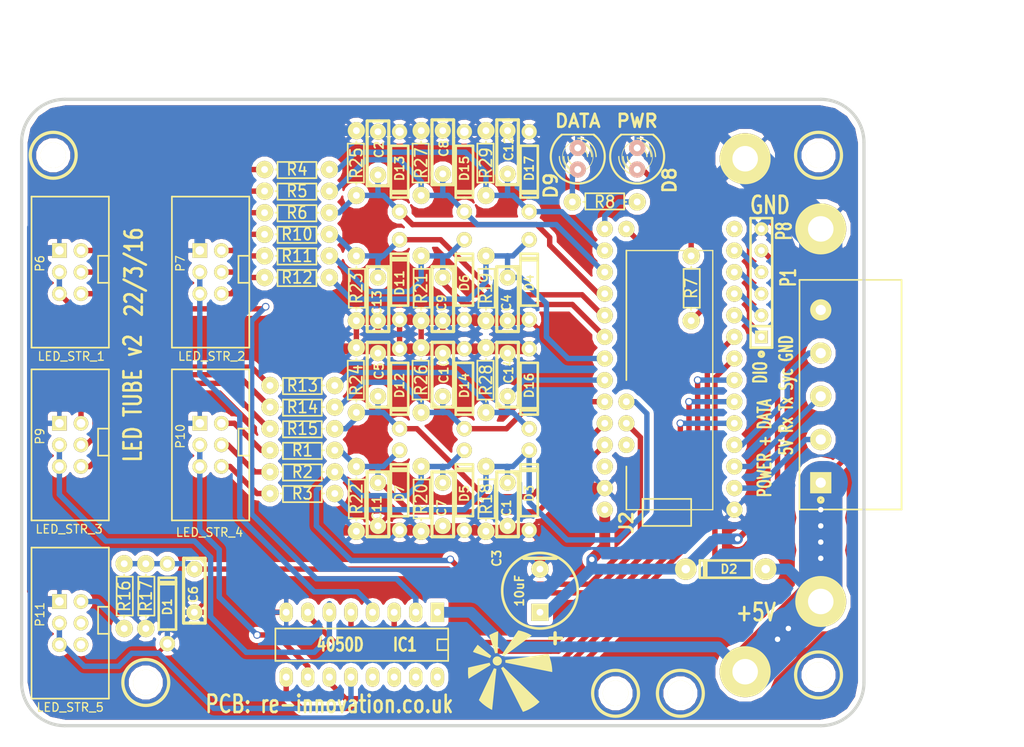
<source format=kicad_pcb>
(kicad_pcb (version 4) (host pcbnew 4.0.0-rc2-stable)
  (title_block (date "12 jul 2015"))
  (layers (0 Front signal) (31 Back signal) (34 B.Paste user) (35 F.Paste user) (36 B.SilkS user) (37 F.SilkS user) (38 B.Mask user) (39 F.Mask user) (44 Edge.Cuts user))
  (net 0 "")
  (net 1 GND)
  (net 2 "Net-(C3-Pad1)")
  (net 3 PIEZO1)
  (net 4 +5V)
  (net 5 PIEZO2)
  (net 6 PIEZO3)
  (net 7 PIEZO4)
  (net 8 PIEZO5)
  (net 9 PIEZO6)
  (net 10 Tx)
  (net 11 Rx)
  (net 12 Vsync)
  (net 13 LED_D1)
  (net 14 LED_D2)
  (net 15 "Net-(J2-Pad10)")
  (net 16 "Net-(J2-Pad11)")
  (net 17 "Net-(J2-Pad8)")
  (net 18 "Net-(J2-Pad9)")
  (net 19 "Net-(D8-Pad1)")
  (net 20 "Net-(D9-Pad1)")
  (net 21 PIEZO13)
  (net 22 PIEZO7)
  (net 23 PIEZO8)
  (net 24 PIEZO9)
  (net 25 PIEZO10)
  (net 26 PIEZO11)
  (net 27 PIEZO12)
  (net 28 LED_D3)
  (net 29 LED_D4)
  (net 30 LED_D5)
  (net 31 "Net-(J2-Pad13)")
  (net 32 "Net-(IC1-Pad2)")
  (net 33 "Net-(IC1-Pad4)")
  (net 34 "Net-(IC1-Pad6)")
  (net 35 "Net-(IC1-Pad10)")
  (net 36 "Net-(IC1-Pad12)")
  (net 37 "Net-(P6-Pad2)")
  (net 38 "Net-(P6-Pad4)")
  (net 39 "Net-(P6-Pad6)")
  (net 40 "Net-(P7-Pad2)")
  (net 41 "Net-(P7-Pad4)")
  (net 42 "Net-(P7-Pad6)")
  (net 43 "Net-(P9-Pad2)")
  (net 44 "Net-(P9-Pad4)")
  (net 45 "Net-(P9-Pad6)")
  (net 46 "Net-(P10-Pad2)")
  (net 47 "Net-(P10-Pad4)")
  (net 48 "Net-(P10-Pad6)")
  (net 49 "Net-(P11-Pad2)")
  (module matts_components:reinnovation_logo_15mm (layer Front) (at 139.065 126.365)
    (fp_text reference LG1 hide)
    (fp_text value CONN_1 hide)
  )
  (module REInnovationFootprint:C2V8_V (layer Front) (at 142.24 116.205 90)
    (fp_text reference C3 (at 3.81 -5.08 90) (layer F.SilkS) (effects (font (size 1.016 1.016) (thickness 0.2032))))
    (fp_text value 10uF (at 0 -2.413 90) (layer F.SilkS) (effects (font (size 1.016 1.016) (thickness 0.2032))))
    (pad 1 thru_hole rect (at -2.54 0 90) (size 2.032 2.032) (drill 0.8001) (layers *.Cu *.Mask F.SilkS) (net 2 "Net-(C3-Pad1)"))
    (pad 2 thru_hole circle (at 2.54 0 90) (size 2.032 2.032) (drill 0.8001) (layers *.Cu *.Mask F.SilkS) (net 1 GND))
  )
  (module REInnovationFootprint:TH_Diode_3 (layer Front) (at 98.425 118.11 90)
    (fp_text reference D1 (at 0 0 90) (layer F.SilkS) (effects (font (size 1.016 1.016) (thickness 0.2032))))
    (fp_text value "5V1 Diode" hide)
    (pad 1 thru_hole circle (at 5.08 0 90) (size 1.8 1.8) (drill 1.00076) (layers *.Cu *.Mask F.SilkS) (net 21 PIEZO13))
    (pad 2 thru_hole circle (at -4.318 0 90) (size 1.8 1.8) (drill 1.00076) (layers *.Cu *.Mask F.SilkS) (net 1 GND))
  )
  (module REInnovationFootprint:TH_Diode_3 (layer Front) (at 140.97 104.775 90)
    (fp_text reference D3 (at 0 0 90) (layer F.SilkS) (effects (font (size 1.016 1.016) (thickness 0.2032))))
    (fp_text value "5V1 Diode" hide)
    (pad 1 thru_hole circle (at 5.08 0 90) (size 1.8 1.8) (drill 1.00076) (layers *.Cu *.Mask F.SilkS) (net 27 PIEZO12))
    (pad 2 thru_hole circle (at -4.318 0 90) (size 1.8 1.8) (drill 1.00076) (layers *.Cu *.Mask F.SilkS) (net 1 GND))
  )
  (module REInnovationFootprint:TH_Diode_3 (layer Front) (at 140.97 80.01 90)
    (fp_text reference D4 (at 0 0 90) (layer F.SilkS) (effects (font (size 1.016 1.016) (thickness 0.2032))))
    (fp_text value "5V1 Diode" hide)
    (pad 1 thru_hole circle (at 5.08 0 90) (size 1.8 1.8) (drill 1.00076) (layers *.Cu *.Mask F.SilkS) (net 9 PIEZO6))
    (pad 2 thru_hole circle (at -4.318 0 90) (size 1.8 1.8) (drill 1.00076) (layers *.Cu *.Mask F.SilkS) (net 1 GND))
  )
  (module REInnovationFootprint:TH_Diode_3 (layer Front) (at 133.35 104.775 90)
    (fp_text reference D5 (at 0 0 90) (layer F.SilkS) (effects (font (size 1.016 1.016) (thickness 0.2032))))
    (fp_text value "5V1 Diode" hide)
    (pad 1 thru_hole circle (at 5.08 0 90) (size 1.8 1.8) (drill 1.00076) (layers *.Cu *.Mask F.SilkS) (net 26 PIEZO11))
    (pad 2 thru_hole circle (at -4.318 0 90) (size 1.8 1.8) (drill 1.00076) (layers *.Cu *.Mask F.SilkS) (net 1 GND))
  )
  (module REInnovationFootprint:TH_Diode_3 (layer Front) (at 133.35 80.01 90)
    (fp_text reference D6 (at 0 0 90) (layer F.SilkS) (effects (font (size 1.016 1.016) (thickness 0.2032))))
    (fp_text value "5V1 Diode" hide)
    (pad 1 thru_hole circle (at 5.08 0 90) (size 1.8 1.8) (drill 1.00076) (layers *.Cu *.Mask F.SilkS) (net 8 PIEZO5))
    (pad 2 thru_hole circle (at -4.318 0 90) (size 1.8 1.8) (drill 1.00076) (layers *.Cu *.Mask F.SilkS) (net 1 GND))
  )
  (module REInnovationFootprint:TH_Diode_3 (layer Front) (at 125.73 104.775 90)
    (fp_text reference D7 (at 0 0 90) (layer F.SilkS) (effects (font (size 1.016 1.016) (thickness 0.2032))))
    (fp_text value "5V1 Diode" hide)
    (pad 1 thru_hole circle (at 5.08 0 90) (size 1.8 1.8) (drill 1.00076) (layers *.Cu *.Mask F.SilkS) (net 25 PIEZO10))
    (pad 2 thru_hole circle (at -4.318 0 90) (size 1.8 1.8) (drill 1.00076) (layers *.Cu *.Mask F.SilkS) (net 1 GND))
  )
  (module REInnovationFootprint:3mm_hole (layer Front) (at 85 65)
    (fp_text reference MH1 hide)
    (fp_text value CONN_1 hide)
    (pad "" np_thru_hole circle (at 0 0) (size 3 3) (drill 3) (layers *.Cu *.Mask F.SilkS))
  )
  (module REInnovationFootprint:3mm_hole (layer Front) (at 95.885 127)
    (fp_text reference MH2 hide)
    (fp_text value CONN_1 hide)
    (pad "" np_thru_hole circle (at 0 0) (size 3 3) (drill 3) (layers *.Cu *.Mask F.SilkS))
  )
  (module REInnovationFootprint:3mm_hole (layer Front) (at 175 65)
    (fp_text reference MH4 hide)
    (fp_text value CONN_1 hide)
    (pad "" np_thru_hole circle (at 0 0) (size 3 3) (drill 3) (layers *.Cu *.Mask F.SilkS))
  )
  (module REInnovationFootprint:TH_Diode_1 (layer Front) (at 164.465 113.665 180)
    (fp_text reference D2 (at 0 0 180) (layer F.SilkS) (effects (font (size 1.016 1.016) (thickness 0.2032))))
    (fp_text value 1N4001 hide)
    (pad 2 thru_hole circle (at 5.08 0 180) (size 2.54 2.54) (drill 1.00076) (layers *.Cu *.Mask F.SilkS) (net 2 "Net-(C3-Pad1)"))
    (pad 1 thru_hole circle (at -4.318 0 180) (size 2.54 2.54) (drill 1.00076) (layers *.Cu *.Mask F.SilkS) (net 4 +5V))
  )
  (module REInnovationFootprint:CONN_3mm_Terminal (layer Front) (at 175.26 117.475 270)
    (fp_text reference P2 hide)
    (fp_text value +5V hide)
    (pad 1 thru_hole circle (at 0 0 270) (size 6 6) (drill 2.99974) (layers *.Cu *.Mask F.SilkS) (net 4 +5V) (clearance 0.2))
  )
  (module REInnovationFootprint:CONN_3mm_Terminal (layer Front) (at 166.37 65.405 270)
    (fp_text reference P3 hide)
    (fp_text value 0V hide)
    (pad 1 thru_hole circle (at 0 0 270) (size 6 6) (drill 2.99974) (layers *.Cu *.Mask F.SilkS) (net 1 GND) (clearance 0.2))
  )
  (module REInnovationFootprint:CONN_3mm_Terminal (layer Front) (at 166.37 125.73 270)
    (fp_text reference P4 hide)
    (fp_text value +5V hide)
    (pad 1 thru_hole circle (at 0 0 270) (size 6 6) (drill 2.99974) (layers *.Cu *.Mask F.SilkS) (net 4 +5V) (clearance 0.2))
  )
  (module REInnovationFootprint:CONN_3mm_Terminal (layer Front) (at 175.26 73.66 270)
    (fp_text reference P5 hide)
    (fp_text value 0V hide)
    (pad 1 thru_hole circle (at 0 0 270) (size 6 6) (drill 2.99974) (layers *.Cu *.Mask F.SilkS) (net 1 GND) (clearance 0.2))
  )
  (module REInnovationFootprint:IDC_Header_6W_2.54 (layer Front) (at 86.995 78.74)
    (fp_text reference P6 (at -3.556 -1.016 90) (layer F.SilkS))
    (fp_text value LED_STR_1 (at 0.127 9.906 180) (layer F.SilkS))
    (pad 1 thru_hole rect (at -1.27 -2.54) (size 1.7272 1.7272) (drill 1.016) (layers *.Cu *.Mask F.SilkS) (net 1 GND))
    (pad 2 thru_hole oval (at 1.27 -2.54) (size 1.7272 1.7272) (drill 1.016) (layers *.Cu *.Mask F.SilkS) (net 37 "Net-(P6-Pad2)"))
    (pad 3 thru_hole oval (at -1.27 0) (size 1.7272 1.7272) (drill 1.016) (layers *.Cu *.Mask F.SilkS) (net 32 "Net-(IC1-Pad2)"))
    (pad 4 thru_hole oval (at 1.27 0) (size 1.7272 1.7272) (drill 1.016) (layers *.Cu *.Mask F.SilkS) (net 38 "Net-(P6-Pad4)"))
    (pad 5 thru_hole oval (at -1.27 2.54) (size 1.7272 1.7272) (drill 1.016) (layers *.Cu *.Mask F.SilkS) (net 32 "Net-(IC1-Pad2)"))
    (pad 6 thru_hole oval (at 1.27 2.54) (size 1.7272 1.7272) (drill 1.016) (layers *.Cu *.Mask F.SilkS) (net 39 "Net-(P6-Pad6)"))
  )
  (module REInnovationFootprint:IDC_Header_6W_2.54 (layer Front) (at 103.505 78.74)
    (fp_text reference P7 (at -3.556 -1.016 90) (layer F.SilkS))
    (fp_text value LED_STR_2 (at 0.127 9.906 180) (layer F.SilkS))
    (pad 1 thru_hole rect (at -1.27 -2.54) (size 1.7272 1.7272) (drill 1.016) (layers *.Cu *.Mask F.SilkS) (net 1 GND))
    (pad 2 thru_hole oval (at 1.27 -2.54) (size 1.7272 1.7272) (drill 1.016) (layers *.Cu *.Mask F.SilkS) (net 40 "Net-(P7-Pad2)"))
    (pad 3 thru_hole oval (at -1.27 0) (size 1.7272 1.7272) (drill 1.016) (layers *.Cu *.Mask F.SilkS) (net 33 "Net-(IC1-Pad4)"))
    (pad 4 thru_hole oval (at 1.27 0) (size 1.7272 1.7272) (drill 1.016) (layers *.Cu *.Mask F.SilkS) (net 41 "Net-(P7-Pad4)"))
    (pad 5 thru_hole oval (at -1.27 2.54) (size 1.7272 1.7272) (drill 1.016) (layers *.Cu *.Mask F.SilkS) (net 33 "Net-(IC1-Pad4)"))
    (pad 6 thru_hole oval (at 1.27 2.54) (size 1.7272 1.7272) (drill 1.016) (layers *.Cu *.Mask F.SilkS) (net 42 "Net-(P7-Pad6)"))
  )
  (module REInnovationFootprint:CONN_TH_6W_MK (layer Front) (at 168.275 80.01 90)
    (fp_text reference P8 (at 6.096 2.667 90) (layer F.SilkS) (effects (font (size 1.72974 1.08712) (thickness 0.27178))))
    (fp_text value DIO (at -10.541 -0.127 90) (layer F.SilkS) (effects (font (size 1.524 1.016) (thickness 0.254))))
    (pad 1 thru_hole rect (at -6.35 0 90) (size 1.5 1.5) (drill 0.8) (layers *.Cu *.Mask F.SilkS) (net 17 "Net-(J2-Pad8)"))
    (pad 2 thru_hole circle (at -3.81 0 90) (size 1.6 1.6) (drill 0.8) (layers *.Cu *.Mask F.SilkS) (net 18 "Net-(J2-Pad9)"))
    (pad 3 thru_hole circle (at -1.27 0 90) (size 1.6 1.6) (drill 0.8) (layers *.Cu *.Mask F.SilkS) (net 15 "Net-(J2-Pad10)"))
    (pad 4 thru_hole circle (at 1.27 0 90) (size 1.6 1.6) (drill 0.8) (layers *.Cu *.Mask F.SilkS) (net 16 "Net-(J2-Pad11)"))
    (pad 5 thru_hole circle (at 3.81 0 90) (size 1.6 1.6) (drill 0.8) (layers *.Cu *.Mask F.SilkS) (net 2 "Net-(C3-Pad1)"))
    (pad 6 thru_hole circle (at 6.35 0 90) (size 1.6 1.6) (drill 0.8) (layers *.Cu *.Mask F.SilkS) (net 1 GND))
  )
  (module REInnovationFootprint:CONN_TH_5W_SIL_5_08 (layer Front) (at 175.26 103.505 90)
    (fp_text reference P1 (at 24.13 -3.81 90) (layer F.SilkS) (effects (font (size 1.72974 1.08712) (thickness 0.27178))))
    (fp_text value "POWER + DATA" (at 4.064 -6.604 90) (layer F.SilkS) (effects (font (size 1.524 1.016) (thickness 0.254))))
    (pad 1 thru_hole rect (at 0 0 90) (size 2.5 2.5) (drill 1.2) (layers *.Cu *.Mask F.SilkS) (net 4 +5V))
    (pad 2 thru_hole circle (at 5.08 0 90) (size 2.5 2.5) (drill 1.2) (layers *.Cu *.Mask F.SilkS) (net 11 Rx))
    (pad 3 thru_hole circle (at 10.16 0 90) (size 2.5 2.5) (drill 1.2) (layers *.Cu *.Mask F.SilkS) (net 10 Tx))
    (pad 4 thru_hole circle (at 15.24 0 90) (size 2.5 2.5) (drill 1.2) (layers *.Cu *.Mask F.SilkS) (net 12 Vsync))
    (pad 5 thru_hole circle (at 20.32 0 90) (size 2.5 2.5) (drill 1.2) (layers *.Cu *.Mask F.SilkS) (net 1 GND))
  )
  (module REInnovationFootprint:TH_Resistor_1 (layer Front) (at 114.3 99.695 180)
    (fp_text reference R1 (at 0 0 180) (layer F.SilkS) (effects (font (size 1.397 1.27) (thickness 0.2032))))
    (fp_text value 1k hide)
    (pad 1 thru_hole circle (at -3.81 0 180) (size 2.032 2.032) (drill 0.8001) (layers *.Cu *.Mask F.SilkS) (net 25 PIEZO10))
    (pad 2 thru_hole circle (at 3.81 0 180) (size 2.032 2.032) (drill 0.8001) (layers *.Cu *.Mask F.SilkS) (net 46 "Net-(P10-Pad2)"))
  )
  (module REInnovationFootprint:TH_Resistor_1 (layer Front) (at 114.3 102.235 180)
    (fp_text reference R2 (at 0 0 180) (layer F.SilkS) (effects (font (size 1.397 1.27) (thickness 0.2032))))
    (fp_text value 1k hide)
    (pad 1 thru_hole circle (at -3.81 0 180) (size 2.032 2.032) (drill 0.8001) (layers *.Cu *.Mask F.SilkS) (net 26 PIEZO11))
    (pad 2 thru_hole circle (at 3.81 0 180) (size 2.032 2.032) (drill 0.8001) (layers *.Cu *.Mask F.SilkS) (net 47 "Net-(P10-Pad4)"))
  )
  (module REInnovationFootprint:TH_Resistor_1 (layer Front) (at 114.3 104.775 180)
    (fp_text reference R3 (at 0 0 180) (layer F.SilkS) (effects (font (size 1.397 1.27) (thickness 0.2032))))
    (fp_text value 1k hide)
    (pad 1 thru_hole circle (at -3.81 0 180) (size 2.032 2.032) (drill 0.8001) (layers *.Cu *.Mask F.SilkS) (net 27 PIEZO12))
    (pad 2 thru_hole circle (at 3.81 0 180) (size 2.032 2.032) (drill 0.8001) (layers *.Cu *.Mask F.SilkS) (net 48 "Net-(P10-Pad6)"))
  )
  (module REInnovationFootprint:TH_Resistor_1 (layer Front) (at 113.665 66.675 180)
    (fp_text reference R4 (at 0 0 180) (layer F.SilkS) (effects (font (size 1.397 1.27) (thickness 0.2032))))
    (fp_text value 1k hide)
    (pad 1 thru_hole circle (at -3.81 0 180) (size 2.032 2.032) (drill 0.8001) (layers *.Cu *.Mask F.SilkS) (net 3 PIEZO1))
    (pad 2 thru_hole circle (at 3.81 0 180) (size 2.032 2.032) (drill 0.8001) (layers *.Cu *.Mask F.SilkS) (net 37 "Net-(P6-Pad2)"))
  )
  (module REInnovationFootprint:TH_Resistor_1 (layer Front) (at 113.665 69.215 180)
    (fp_text reference R5 (at 0 0 180) (layer F.SilkS) (effects (font (size 1.397 1.27) (thickness 0.2032))))
    (fp_text value 1k hide)
    (pad 1 thru_hole circle (at -3.81 0 180) (size 2.032 2.032) (drill 0.8001) (layers *.Cu *.Mask F.SilkS) (net 5 PIEZO2))
    (pad 2 thru_hole circle (at 3.81 0 180) (size 2.032 2.032) (drill 0.8001) (layers *.Cu *.Mask F.SilkS) (net 38 "Net-(P6-Pad4)"))
  )
  (module REInnovationFootprint:TH_Resistor_1 (layer Front) (at 113.665 71.755 180)
    (fp_text reference R6 (at 0 0 180) (layer F.SilkS) (effects (font (size 1.397 1.27) (thickness 0.2032))))
    (fp_text value 1k hide)
    (pad 1 thru_hole circle (at -3.81 0 180) (size 2.032 2.032) (drill 0.8001) (layers *.Cu *.Mask F.SilkS) (net 6 PIEZO3))
    (pad 2 thru_hole circle (at 3.81 0 180) (size 2.032 2.032) (drill 0.8001) (layers *.Cu *.Mask F.SilkS) (net 39 "Net-(P6-Pad6)"))
  )
  (module REInnovationFootprint:3mm_hole (layer Front) (at 175 126.11)
    (fp_text reference MH3 hide)
    (fp_text value CONN_1 hide)
    (pad "" np_thru_hole circle (at 0 0) (size 3 3) (drill 3) (layers *.Cu *.Mask F.SilkS))
  )
  (module REInnovationFootprint:LED-5MM_large_pads (layer Front) (at 153.67 65.405 90)
    (fp_text reference D8 (at -2.54 3.81 90) (layer F.SilkS) (effects (font (thickness 0.3048))))
    (fp_text value PWR (at 4.445 0 180) (layer F.SilkS) (effects (font (thickness 0.3048))))
    (pad 1 thru_hole circle (at -1.27 0 90) (size 1.905 1.905) (drill 0.8001) (layers *.Cu *.SilkS *.Mask F.Paste) (net 19 "Net-(D8-Pad1)"))
    (pad 2 thru_hole circle (at 1.27 0 90) (size 1.905 1.905) (drill 0.8001) (layers *.Cu *.SilkS *.Mask F.Paste) (net 1 GND))
  )
  (module REInnovationFootprint:LED-5MM_large_pads (layer Front) (at 146.685 65.405 90)
    (fp_text reference D9 (at -3.175 -3.175 270) (layer F.SilkS) (effects (font (thickness 0.3048))))
    (fp_text value DATA (at 4.445 0 180) (layer F.SilkS) (effects (font (thickness 0.3048))))
    (pad 1 thru_hole circle (at -1.27 0 90) (size 1.905 1.905) (drill 0.8001) (layers *.Cu *.SilkS *.Mask F.Paste) (net 20 "Net-(D9-Pad1)"))
    (pad 2 thru_hole circle (at 1.27 0 90) (size 1.905 1.905) (drill 0.8001) (layers *.Cu *.SilkS *.Mask F.Paste) (net 1 GND))
  )
  (module REInnovationFootprint:TH_Diode_3 (layer Front) (at 125.73 80.01 90)
    (fp_text reference D11 (at 0 0 90) (layer F.SilkS) (effects (font (size 1.016 1.016) (thickness 0.2032))))
    (fp_text value "5V1 Diode" hide)
    (pad 1 thru_hole circle (at 5.08 0 90) (size 1.8 1.8) (drill 1.00076) (layers *.Cu *.Mask F.SilkS) (net 7 PIEZO4))
    (pad 2 thru_hole circle (at -4.318 0 90) (size 1.8 1.8) (drill 1.00076) (layers *.Cu *.Mask F.SilkS) (net 1 GND))
  )
  (module REInnovationFootprint:TH_Diode_3 (layer Front) (at 125.73 92.075 270)
    (fp_text reference D12 (at 0 0 270) (layer F.SilkS) (effects (font (size 1.016 1.016) (thickness 0.2032))))
    (fp_text value "5V1 Diode" hide)
    (pad 1 thru_hole circle (at 5.08 0 270) (size 1.8 1.8) (drill 1.00076) (layers *.Cu *.Mask F.SilkS) (net 24 PIEZO9))
    (pad 2 thru_hole circle (at -4.318 0 270) (size 1.8 1.8) (drill 1.00076) (layers *.Cu *.Mask F.SilkS) (net 1 GND))
  )
  (module REInnovationFootprint:TH_Diode_3 (layer Front) (at 125.73 66.548 270)
    (fp_text reference D13 (at 0 0 270) (layer F.SilkS) (effects (font (size 1.016 1.016) (thickness 0.2032))))
    (fp_text value "5V1 Diode" hide)
    (pad 1 thru_hole circle (at 5.08 0 270) (size 1.8 1.8) (drill 1.00076) (layers *.Cu *.Mask F.SilkS) (net 6 PIEZO3))
    (pad 2 thru_hole circle (at -4.318 0 270) (size 1.8 1.8) (drill 1.00076) (layers *.Cu *.Mask F.SilkS) (net 1 GND))
  )
  (module REInnovationFootprint:TH_Diode_3 (layer Front) (at 133.35 92.075 270)
    (fp_text reference D14 (at 0 0 270) (layer F.SilkS) (effects (font (size 1.016 1.016) (thickness 0.2032))))
    (fp_text value "5V1 Diode" hide)
    (pad 1 thru_hole circle (at 5.08 0 270) (size 1.8 1.8) (drill 1.00076) (layers *.Cu *.Mask F.SilkS) (net 23 PIEZO8))
    (pad 2 thru_hole circle (at -4.318 0 270) (size 1.8 1.8) (drill 1.00076) (layers *.Cu *.Mask F.SilkS) (net 1 GND))
  )
  (module REInnovationFootprint:TH_Diode_3 (layer Front) (at 133.35 66.548 270)
    (fp_text reference D15 (at 0 0 270) (layer F.SilkS) (effects (font (size 1.016 1.016) (thickness 0.2032))))
    (fp_text value "5V1 Diode" hide)
    (pad 1 thru_hole circle (at 5.08 0 270) (size 1.8 1.8) (drill 1.00076) (layers *.Cu *.Mask F.SilkS) (net 5 PIEZO2))
    (pad 2 thru_hole circle (at -4.318 0 270) (size 1.8 1.8) (drill 1.00076) (layers *.Cu *.Mask F.SilkS) (net 1 GND))
  )
  (module REInnovationFootprint:TH_Diode_3 (layer Front) (at 140.97 92.075 270)
    (fp_text reference D16 (at 0 0 270) (layer F.SilkS) (effects (font (size 1.016 1.016) (thickness 0.2032))))
    (fp_text value "5V1 Diode" hide)
    (pad 1 thru_hole circle (at 5.08 0 270) (size 1.8 1.8) (drill 1.00076) (layers *.Cu *.Mask F.SilkS) (net 22 PIEZO7))
    (pad 2 thru_hole circle (at -4.318 0 270) (size 1.8 1.8) (drill 1.00076) (layers *.Cu *.Mask F.SilkS) (net 1 GND))
  )
  (module REInnovationFootprint:IDC_Header_6W_2.54 (layer Front) (at 86.995 99.06)
    (fp_text reference P9 (at -3.556 -1.016 90) (layer F.SilkS))
    (fp_text value LED_STR_3 (at -0.127 9.906 180) (layer F.SilkS))
    (pad 1 thru_hole rect (at -1.27 -2.54) (size 1.7272 1.7272) (drill 1.016) (layers *.Cu *.Mask F.SilkS) (net 1 GND))
    (pad 2 thru_hole oval (at 1.27 -2.54) (size 1.7272 1.7272) (drill 1.016) (layers *.Cu *.Mask F.SilkS) (net 43 "Net-(P9-Pad2)"))
    (pad 3 thru_hole oval (at -1.27 0) (size 1.7272 1.7272) (drill 1.016) (layers *.Cu *.Mask F.SilkS) (net 34 "Net-(IC1-Pad6)"))
    (pad 4 thru_hole oval (at 1.27 0) (size 1.7272 1.7272) (drill 1.016) (layers *.Cu *.Mask F.SilkS) (net 44 "Net-(P9-Pad4)"))
    (pad 5 thru_hole oval (at -1.27 2.54) (size 1.7272 1.7272) (drill 1.016) (layers *.Cu *.Mask F.SilkS) (net 34 "Net-(IC1-Pad6)"))
    (pad 6 thru_hole oval (at 1.27 2.54) (size 1.7272 1.7272) (drill 1.016) (layers *.Cu *.Mask F.SilkS) (net 45 "Net-(P9-Pad6)"))
  )
  (module REInnovationFootprint:IDC_Header_6W_2.54 (layer Front) (at 103.505 99.06)
    (fp_text reference P10 (at -3.556 -1.016 90) (layer F.SilkS))
    (fp_text value LED_STR_4 (at -0.127 10.287 180) (layer F.SilkS))
    (pad 1 thru_hole rect (at -1.27 -2.54) (size 1.7272 1.7272) (drill 1.016) (layers *.Cu *.Mask F.SilkS) (net 1 GND))
    (pad 2 thru_hole oval (at 1.27 -2.54) (size 1.7272 1.7272) (drill 1.016) (layers *.Cu *.Mask F.SilkS) (net 46 "Net-(P10-Pad2)"))
    (pad 3 thru_hole oval (at -1.27 0) (size 1.7272 1.7272) (drill 1.016) (layers *.Cu *.Mask F.SilkS) (net 35 "Net-(IC1-Pad10)"))
    (pad 4 thru_hole oval (at 1.27 0) (size 1.7272 1.7272) (drill 1.016) (layers *.Cu *.Mask F.SilkS) (net 47 "Net-(P10-Pad4)"))
    (pad 5 thru_hole oval (at -1.27 2.54) (size 1.7272 1.7272) (drill 1.016) (layers *.Cu *.Mask F.SilkS) (net 35 "Net-(IC1-Pad10)"))
    (pad 6 thru_hole oval (at 1.27 2.54) (size 1.7272 1.7272) (drill 1.016) (layers *.Cu *.Mask F.SilkS) (net 48 "Net-(P10-Pad6)"))
  )
  (module REInnovationFootprint:IDC_Header_6W_2.54 (layer Front) (at 86.995 120.015)
    (fp_text reference P11 (at -3.556 -1.016 90) (layer F.SilkS))
    (fp_text value LED_STR_5 (at 0 9.906 180) (layer F.SilkS))
    (pad 1 thru_hole rect (at -1.27 -2.54) (size 1.7272 1.7272) (drill 1.016) (layers *.Cu *.Mask F.SilkS) (net 1 GND))
    (pad 2 thru_hole oval (at 1.27 -2.54) (size 1.7272 1.7272) (drill 1.016) (layers *.Cu *.Mask F.SilkS) (net 49 "Net-(P11-Pad2)"))
    (pad 3 thru_hole oval (at -1.27 0) (size 1.7272 1.7272) (drill 1.016) (layers *.Cu *.Mask F.SilkS) (net 36 "Net-(IC1-Pad12)"))
    (pad 4 thru_hole oval (at 1.27 0) (size 1.7272 1.7272) (drill 1.016) (layers *.Cu *.Mask F.SilkS))
    (pad 5 thru_hole oval (at -1.27 2.54) (size 1.7272 1.7272) (drill 1.016) (layers *.Cu *.Mask F.SilkS) (net 36 "Net-(IC1-Pad12)"))
    (pad 6 thru_hole oval (at 1.27 2.54) (size 1.7272 1.7272) (drill 1.016) (layers *.Cu *.Mask F.SilkS))
  )
  (module REInnovationFootprint:TH_Resistor_1 (layer Front) (at 160.02 80.645 270)
    (fp_text reference R7 (at 0 0 270) (layer F.SilkS) (effects (font (size 1.397 1.27) (thickness 0.2032))))
    (fp_text value 330 hide)
    (pad 1 thru_hole circle (at -3.81 0 270) (size 2.032 2.032) (drill 0.8001) (layers *.Cu *.Mask F.SilkS) (net 19 "Net-(D8-Pad1)"))
    (pad 2 thru_hole circle (at 3.81 0 270) (size 2.032 2.032) (drill 0.8001) (layers *.Cu *.Mask F.SilkS) (net 4 +5V))
  )
  (module REInnovationFootprint:TH_Resistor_1 (layer Front) (at 149.86 70.485)
    (fp_text reference R8 (at 0 0) (layer F.SilkS) (effects (font (size 1.397 1.27) (thickness 0.2032))))
    (fp_text value 330 hide)
    (pad 1 thru_hole circle (at -3.81 0) (size 2.032 2.032) (drill 0.8001) (layers *.Cu *.Mask F.SilkS) (net 20 "Net-(D9-Pad1)"))
    (pad 2 thru_hole circle (at 3.81 0) (size 2.032 2.032) (drill 0.8001) (layers *.Cu *.Mask F.SilkS) (net 31 "Net-(J2-Pad13)"))
  )
  (module REInnovationFootprint:TH_Resistor_1 (layer Front) (at 113.665 74.295 180)
    (fp_text reference R10 (at 0 0 180) (layer F.SilkS) (effects (font (size 1.397 1.27) (thickness 0.2032))))
    (fp_text value 1k hide)
    (pad 1 thru_hole circle (at -3.81 0 180) (size 2.032 2.032) (drill 0.8001) (layers *.Cu *.Mask F.SilkS) (net 7 PIEZO4))
    (pad 2 thru_hole circle (at 3.81 0 180) (size 2.032 2.032) (drill 0.8001) (layers *.Cu *.Mask F.SilkS) (net 40 "Net-(P7-Pad2)"))
  )
  (module REInnovationFootprint:TH_Resistor_1 (layer Front) (at 113.665 76.835 180)
    (fp_text reference R11 (at 0 0 180) (layer F.SilkS) (effects (font (size 1.397 1.27) (thickness 0.2032))))
    (fp_text value 1k hide)
    (pad 1 thru_hole circle (at -3.81 0 180) (size 2.032 2.032) (drill 0.8001) (layers *.Cu *.Mask F.SilkS) (net 8 PIEZO5))
    (pad 2 thru_hole circle (at 3.81 0 180) (size 2.032 2.032) (drill 0.8001) (layers *.Cu *.Mask F.SilkS) (net 41 "Net-(P7-Pad4)"))
  )
  (module REInnovationFootprint:TH_Resistor_1 (layer Front) (at 113.665 79.375 180)
    (fp_text reference R12 (at 0 0 180) (layer F.SilkS) (effects (font (size 1.397 1.27) (thickness 0.2032))))
    (fp_text value 1k hide)
    (pad 1 thru_hole circle (at -3.81 0 180) (size 2.032 2.032) (drill 0.8001) (layers *.Cu *.Mask F.SilkS) (net 9 PIEZO6))
    (pad 2 thru_hole circle (at 3.81 0 180) (size 2.032 2.032) (drill 0.8001) (layers *.Cu *.Mask F.SilkS) (net 42 "Net-(P7-Pad6)"))
  )
  (module REInnovationFootprint:TH_Resistor_1 (layer Front) (at 114.3 92.075 180)
    (fp_text reference R13 (at 0 0 180) (layer F.SilkS) (effects (font (size 1.397 1.27) (thickness 0.2032))))
    (fp_text value 1k hide)
    (pad 1 thru_hole circle (at -3.81 0 180) (size 2.032 2.032) (drill 0.8001) (layers *.Cu *.Mask F.SilkS) (net 22 PIEZO7))
    (pad 2 thru_hole circle (at 3.81 0 180) (size 2.032 2.032) (drill 0.8001) (layers *.Cu *.Mask F.SilkS) (net 43 "Net-(P9-Pad2)"))
  )
  (module REInnovationFootprint:TH_Resistor_1 (layer Front) (at 114.3 94.615 180)
    (fp_text reference R14 (at 0 0 180) (layer F.SilkS) (effects (font (size 1.397 1.27) (thickness 0.2032))))
    (fp_text value 1k hide)
    (pad 1 thru_hole circle (at -3.81 0 180) (size 2.032 2.032) (drill 0.8001) (layers *.Cu *.Mask F.SilkS) (net 23 PIEZO8))
    (pad 2 thru_hole circle (at 3.81 0 180) (size 2.032 2.032) (drill 0.8001) (layers *.Cu *.Mask F.SilkS) (net 44 "Net-(P9-Pad4)"))
  )
  (module REInnovationFootprint:TH_Resistor_1 (layer Front) (at 114.3 97.155 180)
    (fp_text reference R15 (at 0 0 180) (layer F.SilkS) (effects (font (size 1.397 1.27) (thickness 0.2032))))
    (fp_text value 1k hide)
    (pad 1 thru_hole circle (at -3.81 0 180) (size 2.032 2.032) (drill 0.8001) (layers *.Cu *.Mask F.SilkS) (net 24 PIEZO9))
    (pad 2 thru_hole circle (at 3.81 0 180) (size 2.032 2.032) (drill 0.8001) (layers *.Cu *.Mask F.SilkS) (net 45 "Net-(P9-Pad6)"))
  )
  (module REInnovationFootprint:DIP-16__NARROW (layer Front) (at 120.015 123.825 180)
    (fp_text reference IC1 (at -6.35 1.27 180) (layer F.SilkS) (effects (font (size 1.524 1.143) (thickness 0.3048))))
    (fp_text value 4050D (at 1.27 1.27 180) (layer F.SilkS) (effects (font (size 1.524 1.143) (thickness 0.28575))))
    (pad 1 thru_hole rect (at -10.16 5.08 180) (size 1.5748 2.286) (drill 0.8128) (layers *.Cu *.Mask F.SilkS) (net 4 +5V))
    (pad 2 thru_hole oval (at -7.62 5.08 180) (size 1.5748 2.286) (drill 0.8128) (layers *.Cu *.Mask F.SilkS) (net 32 "Net-(IC1-Pad2)"))
    (pad 3 thru_hole oval (at -5.08 5.08 180) (size 1.5748 2.286) (drill 0.8128) (layers *.Cu *.Mask F.SilkS) (net 13 LED_D1))
    (pad 4 thru_hole oval (at -2.54 5.08 180) (size 1.5748 2.286) (drill 0.8128) (layers *.Cu *.Mask F.SilkS) (net 33 "Net-(IC1-Pad4)"))
    (pad 5 thru_hole oval (at 0 5.08 180) (size 1.5748 2.286) (drill 0.8128) (layers *.Cu *.Mask F.SilkS) (net 14 LED_D2))
    (pad 6 thru_hole oval (at 2.54 5.08 180) (size 1.5748 2.286) (drill 0.8128) (layers *.Cu *.Mask F.SilkS) (net 34 "Net-(IC1-Pad6)"))
    (pad 7 thru_hole oval (at 5.08 5.08 180) (size 1.5748 2.286) (drill 0.8128) (layers *.Cu *.Mask F.SilkS) (net 28 LED_D3))
    (pad 8 thru_hole oval (at 7.62 5.08 180) (size 1.5748 2.286) (drill 0.8128) (layers *.Cu *.Mask F.SilkS) (net 1 GND))
    (pad 9 thru_hole oval (at 7.62 -2.54 180) (size 1.5748 2.286) (drill 0.8128) (layers *.Cu *.Mask F.SilkS) (net 29 LED_D4))
    (pad 10 thru_hole oval (at 5.08 -2.54 180) (size 1.5748 2.286) (drill 0.8128) (layers *.Cu *.Mask F.SilkS) (net 35 "Net-(IC1-Pad10)"))
    (pad 11 thru_hole oval (at 2.54 -2.54 180) (size 1.5748 2.286) (drill 0.8128) (layers *.Cu *.Mask F.SilkS) (net 30 LED_D5))
    (pad 12 thru_hole oval (at 0 -2.54 180) (size 1.5748 2.286) (drill 0.8128) (layers *.Cu *.Mask F.SilkS) (net 36 "Net-(IC1-Pad12)"))
    (pad 13 thru_hole oval (at -2.54 -2.54 180) (size 1.5748 2.286) (drill 0.8128) (layers *.Cu *.Mask F.SilkS))
    (pad 14 thru_hole oval (at -5.08 -2.54 180) (size 1.5748 2.286) (drill 0.8128) (layers *.Cu *.Mask F.SilkS))
    (pad 15 thru_hole oval (at -7.62 -2.54 180) (size 1.5748 2.286) (drill 0.8128) (layers *.Cu *.Mask F.SilkS))
    (pad 16 thru_hole oval (at -10.16 -2.54 180) (size 1.5748 2.286) (drill 0.8128) (layers *.Cu *.Mask F.SilkS))
  )
  (module matts_components:C1_wide_lg_pad (layer Front) (at 138.43 104.775 270)
    (fp_text reference C1 (at 1.7145 0.127 270) (layer F.SilkS) (effects (font (size 1.016 1.016) (thickness 0.2032))))
    (fp_text value 100n hide)
    (pad 1 thru_hole circle (at -1.27 0 270) (size 1.905 1.905) (drill 0.8001) (layers *.Cu *.Mask F.SilkS) (net 27 PIEZO12))
    (pad 2 thru_hole circle (at 3.81 0 270) (size 1.905 1.905) (drill 0.8001) (layers *.Cu *.Mask F.SilkS) (net 1 GND))
  )
  (module matts_components:C1_wide_lg_pad (layer Front) (at 123.19 66.04 90)
    (fp_text reference C2 (at 1.7145 0.127 90) (layer F.SilkS) (effects (font (size 1.016 1.016) (thickness 0.2032))))
    (fp_text value 100n hide)
    (pad 1 thru_hole circle (at -1.27 0 90) (size 1.905 1.905) (drill 0.8001) (layers *.Cu *.Mask F.SilkS) (net 6 PIEZO3))
    (pad 2 thru_hole circle (at 3.81 0 90) (size 1.905 1.905) (drill 0.8001) (layers *.Cu *.Mask F.SilkS) (net 1 GND))
  )
  (module matts_components:C1_wide_lg_pad (layer Front) (at 138.43 80.645 270)
    (fp_text reference C4 (at 1.7145 0.127 270) (layer F.SilkS) (effects (font (size 1.016 1.016) (thickness 0.2032))))
    (fp_text value 100n hide)
    (pad 1 thru_hole circle (at -1.27 0 270) (size 1.905 1.905) (drill 0.8001) (layers *.Cu *.Mask F.SilkS) (net 9 PIEZO6))
    (pad 2 thru_hole circle (at 3.81 0 270) (size 1.905 1.905) (drill 0.8001) (layers *.Cu *.Mask F.SilkS) (net 1 GND))
  )
  (module matts_components:C1_wide_lg_pad (layer Front) (at 123.19 92.075 90)
    (fp_text reference C5 (at 1.7145 0.127 90) (layer F.SilkS) (effects (font (size 1.016 1.016) (thickness 0.2032))))
    (fp_text value 100n hide)
    (pad 1 thru_hole circle (at -1.27 0 90) (size 1.905 1.905) (drill 0.8001) (layers *.Cu *.Mask F.SilkS) (net 24 PIEZO9))
    (pad 2 thru_hole circle (at 3.81 0 90) (size 1.905 1.905) (drill 0.8001) (layers *.Cu *.Mask F.SilkS) (net 1 GND))
  )
  (module matts_components:C1_wide_lg_pad (layer Front) (at 101.6 114.935 270)
    (fp_text reference C6 (at 1.7145 0.127 270) (layer F.SilkS) (effects (font (size 1.016 1.016) (thickness 0.2032))))
    (fp_text value 100n hide)
    (pad 1 thru_hole circle (at -1.27 0 270) (size 1.905 1.905) (drill 0.8001) (layers *.Cu *.Mask F.SilkS) (net 21 PIEZO13))
    (pad 2 thru_hole circle (at 3.81 0 270) (size 1.905 1.905) (drill 0.8001) (layers *.Cu *.Mask F.SilkS) (net 1 GND))
  )
  (module matts_components:C1_wide_lg_pad (layer Front) (at 130.81 104.775 270)
    (fp_text reference C7 (at 1.7145 0.127 270) (layer F.SilkS) (effects (font (size 1.016 1.016) (thickness 0.2032))))
    (fp_text value 100n hide)
    (pad 1 thru_hole circle (at -1.27 0 270) (size 1.905 1.905) (drill 0.8001) (layers *.Cu *.Mask F.SilkS) (net 26 PIEZO11))
    (pad 2 thru_hole circle (at 3.81 0 270) (size 1.905 1.905) (drill 0.8001) (layers *.Cu *.Mask F.SilkS) (net 1 GND))
  )
  (module matts_components:C1_wide_lg_pad (layer Front) (at 130.81 65.913 90)
    (fp_text reference C8 (at 1.7145 0.127 90) (layer F.SilkS) (effects (font (size 1.016 1.016) (thickness 0.2032))))
    (fp_text value 100n hide)
    (pad 1 thru_hole circle (at -1.27 0 90) (size 1.905 1.905) (drill 0.8001) (layers *.Cu *.Mask F.SilkS) (net 5 PIEZO2))
    (pad 2 thru_hole circle (at 3.81 0 90) (size 1.905 1.905) (drill 0.8001) (layers *.Cu *.Mask F.SilkS) (net 1 GND))
  )
  (module matts_components:C1_wide_lg_pad (layer Front) (at 130.81 80.645 270)
    (fp_text reference C9 (at 1.7145 0.127 270) (layer F.SilkS) (effects (font (size 1.016 1.016) (thickness 0.2032))))
    (fp_text value 100n hide)
    (pad 1 thru_hole circle (at -1.27 0 270) (size 1.905 1.905) (drill 0.8001) (layers *.Cu *.Mask F.SilkS) (net 8 PIEZO5))
    (pad 2 thru_hole circle (at 3.81 0 270) (size 1.905 1.905) (drill 0.8001) (layers *.Cu *.Mask F.SilkS) (net 1 GND))
  )
  (module matts_components:C1_wide_lg_pad (layer Front) (at 130.81 92.075 90)
    (fp_text reference C10 (at 1.7145 0.127 90) (layer F.SilkS) (effects (font (size 1.016 1.016) (thickness 0.2032))))
    (fp_text value 100n hide)
    (pad 1 thru_hole circle (at -1.27 0 90) (size 1.905 1.905) (drill 0.8001) (layers *.Cu *.Mask F.SilkS) (net 23 PIEZO8))
    (pad 2 thru_hole circle (at 3.81 0 90) (size 1.905 1.905) (drill 0.8001) (layers *.Cu *.Mask F.SilkS) (net 1 GND))
  )
  (module matts_components:C1_wide_lg_pad (layer Front) (at 123.19 104.775 270)
    (fp_text reference C11 (at 1.7145 0.127 270) (layer F.SilkS) (effects (font (size 1.016 1.016) (thickness 0.2032))))
    (fp_text value 100n hide)
    (pad 1 thru_hole circle (at -1.27 0 270) (size 1.905 1.905) (drill 0.8001) (layers *.Cu *.Mask F.SilkS) (net 25 PIEZO10))
    (pad 2 thru_hole circle (at 3.81 0 270) (size 1.905 1.905) (drill 0.8001) (layers *.Cu *.Mask F.SilkS) (net 1 GND))
  )
  (module matts_components:C1_wide_lg_pad (layer Front) (at 138.43 65.913 90)
    (fp_text reference C12 (at 1.7145 0.127 90) (layer F.SilkS) (effects (font (size 1.016 1.016) (thickness 0.2032))))
    (fp_text value 100n hide)
    (pad 1 thru_hole circle (at -1.27 0 90) (size 1.905 1.905) (drill 0.8001) (layers *.Cu *.Mask F.SilkS) (net 3 PIEZO1))
    (pad 2 thru_hole circle (at 3.81 0 90) (size 1.905 1.905) (drill 0.8001) (layers *.Cu *.Mask F.SilkS) (net 1 GND))
  )
  (module matts_components:C1_wide_lg_pad (layer Front) (at 123.19 80.645 270)
    (fp_text reference C13 (at 1.7145 0.127 270) (layer F.SilkS) (effects (font (size 1.016 1.016) (thickness 0.2032))))
    (fp_text value 100n hide)
    (pad 1 thru_hole circle (at -1.27 0 270) (size 1.905 1.905) (drill 0.8001) (layers *.Cu *.Mask F.SilkS) (net 7 PIEZO4))
    (pad 2 thru_hole circle (at 3.81 0 270) (size 1.905 1.905) (drill 0.8001) (layers *.Cu *.Mask F.SilkS) (net 1 GND))
  )
  (module matts_components:C1_wide_lg_pad (layer Front) (at 138.43 92.075 90)
    (fp_text reference C14 (at 1.7145 0.127 90) (layer F.SilkS) (effects (font (size 1.016 1.016) (thickness 0.2032))))
    (fp_text value 100n hide)
    (pad 1 thru_hole circle (at -1.27 0 90) (size 1.905 1.905) (drill 0.8001) (layers *.Cu *.Mask F.SilkS) (net 22 PIEZO7))
    (pad 2 thru_hole circle (at 3.81 0 90) (size 1.905 1.905) (drill 0.8001) (layers *.Cu *.Mask F.SilkS) (net 1 GND))
  )
  (module REInnovationFootprint:TH_Diode_3 (layer Front) (at 140.97 66.548 270)
    (fp_text reference D17 (at 0 0 270) (layer F.SilkS) (effects (font (size 1.016 1.016) (thickness 0.2032))))
    (fp_text value "5V1 Diode" hide)
    (pad 1 thru_hole circle (at 5.08 0 270) (size 1.8 1.8) (drill 1.00076) (layers *.Cu *.Mask F.SilkS) (net 3 PIEZO1))
    (pad 2 thru_hole circle (at -4.318 0 270) (size 1.8 1.8) (drill 1.00076) (layers *.Cu *.Mask F.SilkS) (net 1 GND))
  )
  (module REInnovationFootprint:TH_Teensy-3.1 (layer Front) (at 165.1 104.14 90)
    (fp_text reference J2 (at -4.064 -12.7 270) (layer F.SilkS) (effects (font (thickness 0.3048))))
    (fp_text value Teensy_3_2_Header)
    (pad 0 thru_hole circle (at 0 0 90) (size 1.9 1.9) (drill 0.8) (layers *.Cu *.Mask F.SilkS) (net 11 Rx))
    (pad 1 thru_hole circle (at 2.54 0 90) (size 1.9 1.9) (drill 0.8) (layers *.Cu *.Mask F.SilkS) (net 10 Tx))
    (pad 2 thru_hole circle (at 5.08 0 90) (size 1.9 1.9) (drill 0.8) (layers *.Cu *.Mask F.SilkS) (net 12 Vsync))
    (pad 3 thru_hole circle (at 7.62 0 90) (size 1.9 1.9) (drill 0.8) (layers *.Cu *.Mask F.SilkS) (net 13 LED_D1))
    (pad 4 thru_hole circle (at 10.16 0 90) (size 1.9 1.9) (drill 0.8) (layers *.Cu *.Mask F.SilkS) (net 14 LED_D2))
    (pad 5 thru_hole circle (at 12.7 0 90) (size 1.9 1.9) (drill 0.8) (layers *.Cu *.Mask F.SilkS) (net 28 LED_D3))
    (pad 6 thru_hole circle (at 15.24 0 90) (size 1.9 1.9) (drill 0.8) (layers *.Cu *.Mask F.SilkS) (net 29 LED_D4))
    (pad 7 thru_hole circle (at 17.78 0 90) (size 1.9 1.9) (drill 0.8) (layers *.Cu *.Mask F.SilkS) (net 30 LED_D5))
    (pad 8 thru_hole circle (at 20.32 0 90) (size 1.9 1.9) (drill 0.8) (layers *.Cu *.Mask F.SilkS) (net 17 "Net-(J2-Pad8)"))
    (pad 9 thru_hole circle (at 22.86 0 90) (size 1.9 1.9) (drill 0.8) (layers *.Cu *.Mask F.SilkS) (net 18 "Net-(J2-Pad9)"))
    (pad 10 thru_hole circle (at 25.4 0 90) (size 1.9 1.9) (drill 0.8) (layers *.Cu *.Mask F.SilkS) (net 15 "Net-(J2-Pad10)"))
    (pad 11 thru_hole circle (at 27.94 0 90) (size 1.9 1.9) (drill 0.8) (layers *.Cu *.Mask F.SilkS) (net 16 "Net-(J2-Pad11)"))
    (pad 12 thru_hole circle (at 30.48 0 90) (size 1.9 1.9) (drill 0.8) (layers *.Cu *.Mask F.SilkS))
    (pad 13 thru_hole circle (at 30.48 -15.24 90) (size 1.9 1.9) (drill 0.8) (layers *.Cu *.Mask F.SilkS) (net 31 "Net-(J2-Pad13)"))
    (pad 14 thru_hole circle (at 27.94 -15.24 90) (size 1.9 1.9) (drill 0.8) (layers *.Cu *.Mask F.SilkS) (net 3 PIEZO1))
    (pad 15 thru_hole circle (at 25.4 -15.24 90) (size 1.9 1.9) (drill 0.8) (layers *.Cu *.Mask F.SilkS) (net 5 PIEZO2))
    (pad 16 thru_hole circle (at 22.86 -15.24 90) (size 1.9 1.9) (drill 0.8) (layers *.Cu *.Mask F.SilkS) (net 6 PIEZO3))
    (pad 17 thru_hole circle (at 20.32 -15.24 90) (size 1.9 1.9) (drill 0.8) (layers *.Cu *.Mask F.SilkS) (net 7 PIEZO4))
    (pad 18 thru_hole circle (at 17.78 -15.24 90) (size 1.9 1.9) (drill 0.8) (layers *.Cu *.Mask F.SilkS) (net 8 PIEZO5))
    (pad 19 thru_hole circle (at 15.24 -15.24 90) (size 1.9 1.9) (drill 0.8) (layers *.Cu *.Mask F.SilkS) (net 9 PIEZO6))
    (pad 20 thru_hole circle (at 12.7 -15.24 90) (size 1.9 1.9) (drill 0.8) (layers *.Cu *.Mask F.SilkS) (net 22 PIEZO7))
    (pad 21 thru_hole circle (at 10.16 -15.24 90) (size 1.9 1.9) (drill 0.8) (layers *.Cu *.Mask F.SilkS) (net 23 PIEZO8))
    (pad 22 thru_hole circle (at 7.62 -15.24 90) (size 1.9 1.9) (drill 0.8) (layers *.Cu *.Mask F.SilkS) (net 24 PIEZO9))
    (pad 23 thru_hole circle (at 5.08 -15.24 90) (size 1.9 1.9) (drill 0.8) (layers *.Cu *.Mask F.SilkS) (net 25 PIEZO10))
    (pad 24 thru_hole circle (at 2.54 -15.24 90) (size 1.9 1.9) (drill 0.8) (layers *.Cu *.Mask F.SilkS))
    (pad 25 thru_hole circle (at 0 -15.24 90) (size 1.9 1.9) (drill 0.8) (layers *.Cu *.Mask F.SilkS) (net 1 GND))
    (pad 26 thru_hole circle (at -2.54 -15.24 90) (size 1.9 1.9) (drill 0.8) (layers *.Cu *.Mask F.SilkS) (net 2 "Net-(C3-Pad1)"))
    (pad 27 thru_hole circle (at -2.54 0 90) (size 1.9 1.9) (drill 0.8) (layers *.Cu *.Mask F.SilkS) (net 1 GND))
    (pad 32 thru_hole circle (at 30.48 -12.7 90) (size 1.9 1.9) (drill 0.8) (layers *.Cu *.Mask F.SilkS) (net 21 PIEZO13))
    (pad 35 thru_hole circle (at 5.08 -12.7 90) (size 1.9 1.9) (drill 0.8) (layers *.Cu *.Mask F.SilkS))
    (pad 34 thru_hole circle (at 7.62 -12.7 90) (size 1.9 1.9) (drill 0.8) (layers *.Cu *.Mask F.SilkS) (net 26 PIEZO11))
    (pad 33 thru_hole circle (at 10.16 -12.7 90) (size 1.9 1.9) (drill 0.8) (layers *.Cu *.Mask F.SilkS) (net 27 PIEZO12))
  )
  (module REInnovationFootprint:TH_Resistor_1 (layer Front) (at 93.345 116.84 270)
    (fp_text reference R16 (at 0 0 270) (layer F.SilkS) (effects (font (size 1.397 1.27) (thickness 0.2032))))
    (fp_text value 1k hide)
    (pad 1 thru_hole circle (at -3.81 0 270) (size 2.032 2.032) (drill 0.8001) (layers *.Cu *.Mask F.SilkS) (net 21 PIEZO13))
    (pad 2 thru_hole circle (at 3.81 0 270) (size 2.032 2.032) (drill 0.8001) (layers *.Cu *.Mask F.SilkS) (net 49 "Net-(P11-Pad2)"))
  )
  (module REInnovationFootprint:TH_Resistor_1 (layer Front) (at 95.885 116.84 270)
    (fp_text reference R17 (at 0 0 270) (layer F.SilkS) (effects (font (size 1.397 1.27) (thickness 0.2032))))
    (fp_text value 1M hide)
    (pad 1 thru_hole circle (at -3.81 0 270) (size 2.032 2.032) (drill 0.8001) (layers *.Cu *.Mask F.SilkS) (net 21 PIEZO13))
    (pad 2 thru_hole circle (at 3.81 0 270) (size 2.032 2.032) (drill 0.8001) (layers *.Cu *.Mask F.SilkS) (net 1 GND))
  )
  (module REInnovationFootprint:TH_Resistor_1 (layer Front) (at 135.89 105.41 270)
    (fp_text reference R18 (at 0 0 270) (layer F.SilkS) (effects (font (size 1.397 1.27) (thickness 0.2032))))
    (fp_text value 1M hide)
    (pad 1 thru_hole circle (at -3.81 0 270) (size 2.032 2.032) (drill 0.8001) (layers *.Cu *.Mask F.SilkS) (net 27 PIEZO12))
    (pad 2 thru_hole circle (at 3.81 0 270) (size 2.032 2.032) (drill 0.8001) (layers *.Cu *.Mask F.SilkS) (net 1 GND))
  )
  (module REInnovationFootprint:TH_Resistor_1 (layer Front) (at 135.89 80.645 270)
    (fp_text reference R19 (at 0 0 270) (layer F.SilkS) (effects (font (size 1.397 1.27) (thickness 0.2032))))
    (fp_text value 1M hide)
    (pad 1 thru_hole circle (at -3.81 0 270) (size 2.032 2.032) (drill 0.8001) (layers *.Cu *.Mask F.SilkS) (net 9 PIEZO6))
    (pad 2 thru_hole circle (at 3.81 0 270) (size 2.032 2.032) (drill 0.8001) (layers *.Cu *.Mask F.SilkS) (net 1 GND))
  )
  (module REInnovationFootprint:TH_Resistor_1 (layer Front) (at 128.27 105.41 270)
    (fp_text reference R20 (at 0 0 270) (layer F.SilkS) (effects (font (size 1.397 1.27) (thickness 0.2032))))
    (fp_text value 1M hide)
    (pad 1 thru_hole circle (at -3.81 0 270) (size 2.032 2.032) (drill 0.8001) (layers *.Cu *.Mask F.SilkS) (net 26 PIEZO11))
    (pad 2 thru_hole circle (at 3.81 0 270) (size 2.032 2.032) (drill 0.8001) (layers *.Cu *.Mask F.SilkS) (net 1 GND))
  )
  (module REInnovationFootprint:TH_Resistor_1 (layer Front) (at 128.27 80.645 270)
    (fp_text reference R21 (at 0 0 270) (layer F.SilkS) (effects (font (size 1.397 1.27) (thickness 0.2032))))
    (fp_text value 1M hide)
    (pad 1 thru_hole circle (at -3.81 0 270) (size 2.032 2.032) (drill 0.8001) (layers *.Cu *.Mask F.SilkS) (net 8 PIEZO5))
    (pad 2 thru_hole circle (at 3.81 0 270) (size 2.032 2.032) (drill 0.8001) (layers *.Cu *.Mask F.SilkS) (net 1 GND))
  )
  (module REInnovationFootprint:TH_Resistor_1 (layer Front) (at 120.65 105.41 270)
    (fp_text reference R22 (at 0 0 270) (layer F.SilkS) (effects (font (size 1.397 1.27) (thickness 0.2032))))
    (fp_text value 1M hide)
    (pad 1 thru_hole circle (at -3.81 0 270) (size 2.032 2.032) (drill 0.8001) (layers *.Cu *.Mask F.SilkS) (net 25 PIEZO10))
    (pad 2 thru_hole circle (at 3.81 0 270) (size 2.032 2.032) (drill 0.8001) (layers *.Cu *.Mask F.SilkS) (net 1 GND))
  )
  (module REInnovationFootprint:TH_Resistor_1 (layer Front) (at 120.65 80.645 270)
    (fp_text reference R23 (at 0 0 270) (layer F.SilkS) (effects (font (size 1.397 1.27) (thickness 0.2032))))
    (fp_text value 1M hide)
    (pad 1 thru_hole circle (at -3.81 0 270) (size 2.032 2.032) (drill 0.8001) (layers *.Cu *.Mask F.SilkS) (net 7 PIEZO4))
    (pad 2 thru_hole circle (at 3.81 0 270) (size 2.032 2.032) (drill 0.8001) (layers *.Cu *.Mask F.SilkS) (net 1 GND))
  )
  (module REInnovationFootprint:TH_Resistor_1 (layer Front) (at 120.65 91.44 90)
    (fp_text reference R24 (at 0 0 90) (layer F.SilkS) (effects (font (size 1.397 1.27) (thickness 0.2032))))
    (fp_text value 1M hide)
    (pad 1 thru_hole circle (at -3.81 0 90) (size 2.032 2.032) (drill 0.8001) (layers *.Cu *.Mask F.SilkS) (net 24 PIEZO9))
    (pad 2 thru_hole circle (at 3.81 0 90) (size 2.032 2.032) (drill 0.8001) (layers *.Cu *.Mask F.SilkS) (net 1 GND))
  )
  (module REInnovationFootprint:TH_Resistor_1 (layer Front) (at 120.65 65.913 90)
    (fp_text reference R25 (at 0 0 90) (layer F.SilkS) (effects (font (size 1.397 1.27) (thickness 0.2032))))
    (fp_text value 1M hide)
    (pad 1 thru_hole circle (at -3.81 0 90) (size 2.032 2.032) (drill 0.8001) (layers *.Cu *.Mask F.SilkS) (net 6 PIEZO3))
    (pad 2 thru_hole circle (at 3.81 0 90) (size 2.032 2.032) (drill 0.8001) (layers *.Cu *.Mask F.SilkS) (net 1 GND))
  )
  (module REInnovationFootprint:TH_Resistor_1 (layer Front) (at 128.27 91.44 90)
    (fp_text reference R26 (at 0 0 90) (layer F.SilkS) (effects (font (size 1.397 1.27) (thickness 0.2032))))
    (fp_text value 1M hide)
    (pad 1 thru_hole circle (at -3.81 0 90) (size 2.032 2.032) (drill 0.8001) (layers *.Cu *.Mask F.SilkS) (net 23 PIEZO8))
    (pad 2 thru_hole circle (at 3.81 0 90) (size 2.032 2.032) (drill 0.8001) (layers *.Cu *.Mask F.SilkS) (net 1 GND))
  )
  (module REInnovationFootprint:TH_Resistor_1 (layer Front) (at 128.27 65.913 90)
    (fp_text reference R27 (at 0 0 90) (layer F.SilkS) (effects (font (size 1.397 1.27) (thickness 0.2032))))
    (fp_text value 1M hide)
    (pad 1 thru_hole circle (at -3.81 0 90) (size 2.032 2.032) (drill 0.8001) (layers *.Cu *.Mask F.SilkS) (net 5 PIEZO2))
    (pad 2 thru_hole circle (at 3.81 0 90) (size 2.032 2.032) (drill 0.8001) (layers *.Cu *.Mask F.SilkS) (net 1 GND))
  )
  (module REInnovationFootprint:TH_Resistor_1 (layer Front) (at 135.89 91.44 90)
    (fp_text reference R28 (at 0 0 90) (layer F.SilkS) (effects (font (size 1.397 1.27) (thickness 0.2032))))
    (fp_text value 1M hide)
    (pad 1 thru_hole circle (at -3.81 0 90) (size 2.032 2.032) (drill 0.8001) (layers *.Cu *.Mask F.SilkS) (net 22 PIEZO7))
    (pad 2 thru_hole circle (at 3.81 0 90) (size 2.032 2.032) (drill 0.8001) (layers *.Cu *.Mask F.SilkS) (net 1 GND))
  )
  (module REInnovationFootprint:TH_Resistor_1 (layer Front) (at 135.89 65.913 90)
    (fp_text reference R29 (at 0 0 90) (layer F.SilkS) (effects (font (size 1.397 1.27) (thickness 0.2032))))
    (fp_text value 1M hide)
    (pad 1 thru_hole circle (at -3.81 0 90) (size 2.032 2.032) (drill 0.8001) (layers *.Cu *.Mask F.SilkS) (net 3 PIEZO1))
    (pad 2 thru_hole circle (at 3.81 0 90) (size 2.032 2.032) (drill 0.8001) (layers *.Cu *.Mask F.SilkS) (net 1 GND))
  )
  (module REInnovationFootprint:3mm_hole (layer Front) (at 158.75 128.27)
    (fp_text reference MH5 hide)
    (fp_text value CONN_1 hide)
    (pad "" np_thru_hole circle (at 0 0) (size 3 3) (drill 3) (layers *.Cu *.Mask F.SilkS))
  )
  (module REInnovationFootprint:3mm_hole (layer Front) (at 151.13 128.27)
    (fp_text reference MH6 hide)
    (fp_text value CONN_1 hide)
    (pad "" np_thru_hole circle (at 0 0) (size 3 3) (drill 3) (layers *.Cu *.Mask F.SilkS))
  )
  (gr_line (start 175.26 58.42) (end 86.36 58.42) (angle 90) (layer Edge.Cuts) (width 0.381))
  (gr_line (start 180.34 127) (end 180.34 63.5) (angle 90) (layer Edge.Cuts) (width 0.381))
  (gr_line (start 86.36 132.08) (end 175.26 132.08) (angle 90) (layer Edge.Cuts) (width 0.381))
  (gr_line (start 81.28 63.5) (end 81.28 127) (angle 90) (layer Edge.Cuts) (width 0.381))
  (gr_arc (start 175.26 63.5) (end 175.26 58.42) (angle 90) (layer Edge.Cuts) (width 0.381))
  (gr_arc (start 175.26 127) (end 180.34 127) (angle 90) (layer Edge.Cuts) (width 0.381))
  (gr_arc (start 86.36 127) (end 86.36 132.08) (angle 90) (layer Edge.Cuts) (width 0.381))
  (gr_arc (start 86.36 63.5) (end 81.28 63.5) (angle 90) (layer Edge.Cuts) (width 0.381))
  (gr_text "5V Rx Tx Syc GND" (at 171.196 93.218 90) (layer F.SilkS) (effects (font (size 1.524 1.016) (thickness 0.254))))
  (gr_text GND (at 169.291 70.866) (layer F.SilkS) (effects (font (size 2.032 1.524) (thickness 0.3048))))
  (gr_text +5V (at 167.64 118.745) (layer F.SilkS) (effects (font (size 2.032 1.524) (thickness 0.3048))))
  (gr_text v2 (at 94.361 87.376 90) (layer F.SilkS) (effects (font (size 2.032 1.524) (thickness 0.3048))))
  (gr_text "LED TUBE " (at 94.361 94.996 90) (layer F.SilkS) (effects (font (size 2.032 1.524) (thickness 0.3048))))
  (gr_text 22/3/16 (at 94.488 78.74 90) (layer F.SilkS) (effects (font (size 2.032 1.524) (thickness 0.3048))))
  (gr_text "PCB: re-innovation.co.uk" (at 117.475 129.54) (layer F.SilkS) (effects (font (size 2.032 1.524) (thickness 0.3048))))
  (segment (start 146.685 64.135) (end 146.685 62.103) (width 0.635) (layer Back) (net 1))
  (segment (start 146.685 62.103) (end 146.685 62.23) (width 0.635) (layer Back) (net 1))
  (segment (start 146.685 62.23) (end 146.685 62.103) (width 0.635) (layer Back) (net 1))
  (segment (start 153.67 64.135) (end 153.67 62.103) (width 0.635) (layer Back) (net 1))
  (segment (start 153.67 62.103) (end 153.67 62.23) (width 0.635) (layer Back) (net 1))
  (segment (start 153.67 62.23) (end 153.67 62.103) (width 0.635) (layer Back) (net 1))
  (segment (start 175.26 73.66) (end 174.625 73.66) (width 5.08) (layer Back) (net 1))
  (segment (start 174.625 73.66) (end 166.37 65.405) (width 5.08) (layer Back) (net 1))
  (segment (start 175.26 83.185) (end 175.26 73.66) (width 5.08) (layer Back) (net 1))
  (segment (start 133.35 84.328) (end 130.937 84.328) (width 1.27) (layer Front) (net 1))
  (segment (start 130.937 84.328) (end 130.81 84.455) (width 1.27) (layer Front) (net 1))
  (segment (start 135.89 84.455) (end 133.477 84.455) (width 1.27) (layer Front) (net 1))
  (segment (start 133.477 84.455) (end 133.35 84.328) (width 1.27) (layer Front) (net 1))
  (segment (start 138.43 84.455) (end 135.89 84.455) (width 1.27) (layer Front) (net 1))
  (segment (start 140.97 84.328) (end 120.777 84.328) (width 1.27) (layer Front) (net 1))
  (segment (start 120.777 84.328) (end 120.65 84.455) (width 1.27) (layer Front) (net 1))
  (segment (start 85.725 76.2) (end 83.185 76.2) (width 1.27) (layer Front) (net 1))
  (segment (start 82.55 76.835) (end 82.55 87.63) (width 1.27) (layer Front) (net 1))
  (segment (start 83.185 76.2) (end 82.55 76.835) (width 1.27) (layer Front) (net 1))
  (segment (start 82.55 87.63) (end 82.677 87.757) (width 1.27) (layer Front) (net 1))
  (segment (start 82.677 87.757) (end 140.97 87.757) (width 1.27) (layer Front) (net 1))
  (segment (start 85.725 76.2) (end 82.55 76.2) (width 1.27) (layer Back) (net 1))
  (segment (start 102.235 76.2) (end 102.235 62.103) (width 1.27) (layer Back) (net 1))
  (segment (start 102.235 62.103) (end 102.235 62.357) (width 1.27) (layer Back) (net 1))
  (segment (start 125.73 62.23) (end 128.143 62.23) (width 1.27) (layer Back) (net 1))
  (segment (start 128.143 62.23) (end 128.27 62.103) (width 1.27) (layer Back) (net 1))
  (segment (start 130.81 62.103) (end 128.27 62.103) (width 1.27) (layer Back) (net 1))
  (segment (start 133.35 62.23) (end 130.937 62.23) (width 1.27) (layer Back) (net 1))
  (segment (start 130.937 62.23) (end 130.81 62.103) (width 1.27) (layer Back) (net 1))
  (segment (start 135.89 62.103) (end 133.477 62.103) (width 1.27) (layer Back) (net 1))
  (segment (start 133.477 62.103) (end 133.35 62.23) (width 1.27) (layer Back) (net 1))
  (segment (start 138.43 62.103) (end 135.89 62.103) (width 1.27) (layer Back) (net 1))
  (segment (start 140.97 62.23) (end 138.43 62.23) (width 1.27) (layer Back) (net 1))
  (segment (start 138.43 62.23) (end 138.43 62.103) (width 1.27) (layer Back) (net 1))
  (segment (start 165.1 106.68) (end 164.592 106.68) (width 1.27) (layer Back) (net 1))
  (segment (start 164.592 106.68) (end 157.099 99.187) (width 1.27) (layer Back) (net 1))
  (segment (start 157.099 99.187) (end 157.099 73.406) (width 1.27) (layer Back) (net 1))
  (segment (start 157.099 73.406) (end 165.1 65.405) (width 1.27) (layer Back) (net 1))
  (segment (start 165.1 65.405) (end 166.37 65.405) (width 1.27) (layer Back) (net 1))
  (segment (start 142.24 113.665) (end 142.24 109.093) (width 1.27) (layer Front) (net 1))
  (segment (start 142.24 109.093) (end 142.24 109.22) (width 1.27) (layer Front) (net 1))
  (segment (start 142.24 109.22) (end 142.24 109.093) (width 1.27) (layer Front) (net 1))
  (segment (start 140.97 109.093) (end 142.24 109.093) (width 1.27) (layer Front) (net 1))
  (segment (start 142.24 109.093) (end 143.637 109.093) (width 1.27) (layer Front) (net 1))
  (segment (start 143.637 109.093) (end 148.59 104.14) (width 1.27) (layer Front) (net 1))
  (segment (start 148.59 104.14) (end 149.86 104.14) (width 1.27) (layer Front) (net 1))
  (segment (start 140.97 109.093) (end 82.677 109.093) (width 1.27) (layer Front) (net 1))
  (segment (start 83.82 117.475) (end 85.725 117.475) (width 1.27) (layer Front) (net 1))
  (segment (start 82.55 116.205) (end 83.82 117.475) (width 1.27) (layer Front) (net 1))
  (segment (start 82.55 109.22) (end 82.55 116.205) (width 1.27) (layer Front) (net 1))
  (segment (start 82.677 109.093) (end 82.55 109.22) (width 1.27) (layer Front) (net 1))
  (segment (start 166.37 65.405) (end 167.005 65.405) (width 1.27) (layer Back) (net 1))
  (segment (start 167.005 65.405) (end 175.26 73.66) (width 1.27) (layer Back) (net 1))
  (segment (start 120.65 62.103) (end 93.98 62.103) (width 1.27) (layer Back) (net 1))
  (segment (start 93.98 62.103) (end 82.55 73.533) (width 1.27) (layer Back) (net 1))
  (segment (start 82.55 73.533) (end 82.55 115.951) (width 1.27) (layer Back) (net 1))
  (segment (start 82.55 115.951) (end 84.074 117.475) (width 1.27) (layer Back) (net 1))
  (segment (start 84.074 117.475) (end 85.725 117.475) (width 1.27) (layer Back) (net 1))
  (segment (start 166.37 65.405) (end 163.068 62.103) (width 1.27) (layer Back) (net 1))
  (segment (start 163.068 62.103) (end 153.67 62.103) (width 1.27) (layer Back) (net 1))
  (segment (start 153.67 62.103) (end 146.685 62.103) (width 1.27) (layer Back) (net 1))
  (segment (start 146.685 62.103) (end 120.65 62.103) (width 1.27) (layer Back) (net 1))
  (segment (start 138.43 108.585) (end 140.462 108.585) (width 0.635) (layer Front) (net 1))
  (segment (start 140.462 108.585) (end 140.97 109.093) (width 0.635) (layer Front) (net 1))
  (segment (start 135.89 109.22) (end 137.795 109.22) (width 0.635) (layer Front) (net 1))
  (segment (start 137.795 109.22) (end 138.43 108.585) (width 0.635) (layer Front) (net 1))
  (segment (start 133.35 109.093) (end 135.763 109.093) (width 0.635) (layer Front) (net 1))
  (segment (start 135.763 109.093) (end 135.89 109.22) (width 0.635) (layer Front) (net 1))
  (segment (start 130.81 108.585) (end 132.842 108.585) (width 0.635) (layer Front) (net 1))
  (segment (start 132.842 108.585) (end 133.35 109.093) (width 0.635) (layer Front) (net 1))
  (segment (start 128.27 109.22) (end 130.175 109.22) (width 0.635) (layer Front) (net 1))
  (segment (start 130.175 109.22) (end 130.81 108.585) (width 0.635) (layer Front) (net 1))
  (segment (start 125.73 109.093) (end 128.143 109.093) (width 0.635) (layer Front) (net 1))
  (segment (start 128.143 109.093) (end 128.27 109.22) (width 0.635) (layer Front) (net 1))
  (segment (start 123.19 108.585) (end 125.222 108.585) (width 0.635) (layer Front) (net 1))
  (segment (start 125.222 108.585) (end 125.73 109.093) (width 0.635) (layer Front) (net 1))
  (segment (start 123.19 88.265) (end 125.222 88.265) (width 0.635) (layer Front) (net 1))
  (segment (start 125.222 88.265) (end 125.73 87.757) (width 0.635) (layer Front) (net 1))
  (segment (start 125.73 87.757) (end 128.143 87.757) (width 0.635) (layer Front) (net 1))
  (segment (start 128.143 87.757) (end 128.27 87.63) (width 0.635) (layer Front) (net 1))
  (segment (start 130.81 88.265) (end 128.905 88.265) (width 0.635) (layer Front) (net 1))
  (segment (start 128.905 88.265) (end 128.27 87.63) (width 0.635) (layer Front) (net 1))
  (segment (start 133.35 87.757) (end 131.318 87.757) (width 0.635) (layer Front) (net 1))
  (segment (start 131.318 87.757) (end 130.81 88.265) (width 0.635) (layer Front) (net 1))
  (segment (start 135.89 87.63) (end 133.477 87.63) (width 0.635) (layer Front) (net 1))
  (segment (start 133.477 87.63) (end 133.35 87.757) (width 0.635) (layer Front) (net 1))
  (segment (start 140.97 87.757) (end 138.938 87.757) (width 0.635) (layer Front) (net 1))
  (segment (start 138.938 87.757) (end 138.43 88.265) (width 0.635) (layer Front) (net 1))
  (segment (start 130.81 88.265) (end 130.81 84.455) (width 0.635) (layer Front) (net 1))
  (segment (start 128.27 84.455) (end 128.27 87.63) (width 0.635) (layer Front) (net 1))
  (segment (start 125.73 87.757) (end 125.73 84.328) (width 0.635) (layer Front) (net 1))
  (segment (start 123.19 84.455) (end 123.19 88.265) (width 0.635) (layer Front) (net 1))
  (segment (start 120.65 84.455) (end 120.65 87.63) (width 0.635) (layer Front) (net 1))
  (segment (start 120.65 87.63) (end 82.55 87.63) (width 0.635) (layer Front) (net 1))
  (segment (start 82.55 76.2) (end 82.677 76.073) (width 0.635) (layer Front) (net 1))
  (segment (start 82.55 87.63) (end 82.55 84.455) (width 0.635) (layer Front) (net 1))
  (segment (start 82.677 76.073) (end 85.598 76.073) (width 0.635) (layer Front) (net 1))
  (segment (start 82.55 84.455) (end 82.55 76.2) (width 0.635) (layer Front) (net 1))
  (segment (start 102.235 62.357) (end 101.981 62.103) (width 0.635) (layer Back) (net 1))
  (segment (start 102.235 96.52) (end 99.822 96.52) (width 0.635) (layer Back) (net 1))
  (segment (start 96.266 92.964) (end 82.55 92.964) (width 0.635) (layer Back) (net 1))
  (segment (start 99.822 96.52) (end 96.266 92.964) (width 0.635) (layer Back) (net 1))
  (segment (start 85.598 76.073) (end 85.725 76.2) (width 0.635) (layer Front) (net 1))
  (segment (start 112.395 118.745) (end 101.6 118.745) (width 0.635) (layer Front) (net 1))
  (segment (start 164.592 106.68) (end 157.099 99.187) (width 0.635) (layer Back) (net 1))
  (segment (start 140.97 109.093) (end 144.018 109.093) (width 0.635) (layer Front) (net 1))
  (segment (start 144.018 109.093) (end 148.971 104.14) (width 0.635) (layer Front) (net 1))
  (segment (start 148.971 104.14) (end 149.86 104.14) (width 0.635) (layer Front) (net 1))
  (segment (start 168.275 73.66) (end 168.275 73.025) (width 0.635) (layer Back) (net 1))
  (segment (start 168.275 73.025) (end 171.1325 70.1675) (width 0.635) (layer Back) (net 1))
  (segment (start 149.86 62.103) (end 149.86 62.23) (width 0.635) (layer Back) (net 1))
  (segment (start 149.86 62.23) (end 149.86 62.103) (width 0.635) (layer Back) (net 1))
  (segment (start 158.75 62.103) (end 158.75 62.23) (width 0.635) (layer Back) (net 1))
  (segment (start 158.75 62.23) (end 158.75 62.103) (width 0.635) (layer Back) (net 1))
  (segment (start 101.6 118.745) (end 94.996 118.745) (width 0.635) (layer Back) (net 1))
  (segment (start 94.996 118.745) (end 91.44 115.189) (width 0.635) (layer Back) (net 1))
  (segment (start 91.44 115.189) (end 82.55 115.189) (width 0.635) (layer Back) (net 1))
  (segment (start 82.55 115.189) (end 82.677 115.062) (width 0.635) (layer Back) (net 1))
  (segment (start 82.677 115.062) (end 82.804 115.062) (width 0.635) (layer Back) (net 1))
  (segment (start 82.804 115.062) (end 82.55 115.062) (width 0.635) (layer Back) (net 1))
  (segment (start 98.425 122.428) (end 98.425 119.253) (width 0.635) (layer Back) (net 1))
  (segment (start 98.425 119.253) (end 98.933 118.745) (width 0.635) (layer Back) (net 1))
  (segment (start 95.885 120.65) (end 95.885 120.142) (width 0.635) (layer Back) (net 1))
  (segment (start 95.885 120.142) (end 97.282 118.745) (width 0.635) (layer Back) (net 1))
  (segment (start 97.282 118.745) (end 98.933 118.745) (width 0.635) (layer Back) (net 1))
  (segment (start 98.933 118.745) (end 101.6 118.745) (width 0.635) (layer Back) (net 1))
  (segment (start 120.777 84.328) (end 120.65 84.455) (width 0.635) (layer Front) (net 1))
  (segment (start 120.65 87.63) (end 140.843 87.63) (width 0.635) (layer Front) (net 1))
  (segment (start 140.843 87.63) (end 140.97 87.757) (width 0.635) (layer Front) (net 1))
  (segment (start 140.97 109.093) (end 120.777 109.093) (width 0.635) (layer Front) (net 1))
  (segment (start 120.777 109.093) (end 120.65 109.22) (width 0.635) (layer Front) (net 1))
  (segment (start 142.24 113.665) (end 142.24 110.363) (width 0.635) (layer Front) (net 1))
  (segment (start 142.24 110.363) (end 140.97 109.093) (width 0.635) (layer Front) (net 1))
  (segment (start 82.55 76.2) (end 82.804 76.2) (width 0.635) (layer Back) (net 1))
  (segment (start 82.804 76.2) (end 82.55 76.2) (width 0.635) (layer Back) (net 1))
  (segment (start 85.725 96.52) (end 82.55 96.52) (width 0.635) (layer Back) (net 1))
  (segment (start 82.296 96.774) (end 82.55 96.774) (width 0.635) (layer Back) (net 1))
  (segment (start 82.55 96.52) (end 82.296 96.774) (width 0.635) (layer Back) (net 1))
  (segment (start 120.65 62.103) (end 101.981 62.103) (width 0.635) (layer Back) (net 1))
  (segment (start 101.981 62.103) (end 95.123 62.103) (width 0.635) (layer Back) (net 1))
  (segment (start 95.123 62.103) (end 82.55 74.676) (width 0.635) (layer Back) (net 1))
  (segment (start 82.55 74.676) (end 82.55 76.2) (width 0.635) (layer Back) (net 1))
  (segment (start 83.566 117.475) (end 85.725 117.475) (width 0.635) (layer Back) (net 1))
  (segment (start 82.55 116.459) (end 83.566 117.475) (width 0.635) (layer Back) (net 1))
  (segment (start 82.55 115.062) (end 82.55 116.459) (width 0.635) (layer Back) (net 1))
  (segment (start 82.55 76.2) (end 82.55 84.709) (width 0.635) (layer Back) (net 1))
  (segment (start 82.55 84.709) (end 82.55 92.964) (width 0.635) (layer Back) (net 1))
  (segment (start 82.55 92.964) (end 82.55 96.774) (width 0.635) (layer Back) (net 1))
  (segment (start 82.55 96.774) (end 82.55 115.062) (width 0.635) (layer Back) (net 1))
  (segment (start 120.65 62.103) (end 149.86 62.103) (width 0.635) (layer Back) (net 1))
  (segment (start 149.86 62.103) (end 158.75 62.103) (width 0.635) (layer Back) (net 1))
  (segment (start 158.75 62.103) (end 163.068 62.103) (width 0.635) (layer Back) (net 1))
  (segment (start 174.625 73.66) (end 171.1325 70.1675) (width 0.635) (layer Back) (net 1))
  (segment (start 171.1325 70.1675) (end 166.37 65.405) (width 0.635) (layer Back) (net 1))
  (segment (start 159.385 113.665) (end 162.941 110.109) (width 1.27) (layer Back) (net 2))
  (segment (start 162.941 110.109) (end 165.481 110.109) (width 1.27) (layer Back) (net 2))
  (segment (start 149.86 106.68) (end 149.86 110.998) (width 1.27) (layer Front) (net 2))
  (segment (start 148.336 113.665) (end 148.209 113.665) (width 1.27) (layer Back) (net 2))
  (segment (start 148.336 112.522) (end 148.336 113.665) (width 1.27) (layer Back) (net 2))
  (via (at 148.336 112.522) (size 0.889) (drill 0.635) (layers Front Back) (net 2))
  (segment (start 149.86 110.998) (end 148.336 112.522) (width 1.27) (layer Front) (net 2))
  (segment (start 159.385 113.665) (end 148.209 113.665) (width 1.27) (layer Back) (net 2))
  (segment (start 148.209 113.665) (end 143.129 118.745) (width 1.27) (layer Back) (net 2))
  (segment (start 143.129 118.745) (end 142.24 118.745) (width 1.27) (layer Back) (net 2))
  (segment (start 142.24 118.745) (end 143.129 118.745) (width 0.635) (layer Back) (net 2))
  (segment (start 143.129 118.745) (end 148.209 113.665) (width 0.635) (layer Back) (net 2))
  (segment (start 159.385 113.665) (end 159.385 113.03) (width 0.635) (layer Back) (net 2))
  (segment (start 159.385 113.03) (end 162.306 110.109) (width 0.635) (layer Back) (net 2))
  (segment (start 162.306 110.109) (end 165.481 110.109) (width 0.635) (layer Back) (net 2))
  (segment (start 167.132 108.458) (end 167.259 108.458) (width 0.635) (layer Front) (net 2))
  (via (at 165.481 110.109) (size 0.889) (drill 0.635) (layers Front Back) (net 2))
  (segment (start 165.481 110.109) (end 167.132 108.458) (width 0.635) (layer Front) (net 2))
  (segment (start 168.275 76.2) (end 168.402 76.2) (width 0.635) (layer Front) (net 2))
  (segment (start 168.402 76.2) (end 170.18 77.978) (width 0.635) (layer Front) (net 2))
  (segment (start 170.18 105.537) (end 167.259 108.458) (width 0.635) (layer Front) (net 2))
  (segment (start 170.18 77.978) (end 170.18 105.537) (width 0.635) (layer Front) (net 2))
  (segment (start 167.259 108.458) (end 165.608 110.109) (width 0.635) (layer Front) (net 2))
  (segment (start 140.97 71.628) (end 144.78 71.628) (width 0.635) (layer Back) (net 3))
  (segment (start 144.78 71.628) (end 149.352 76.2) (width 0.635) (layer Back) (net 3))
  (segment (start 149.352 76.2) (end 149.86 76.2) (width 0.635) (layer Back) (net 3))
  (segment (start 117.475 66.675) (end 118.491 66.675) (width 0.635) (layer Back) (net 3))
  (segment (start 118.491 66.675) (end 120.523 64.643) (width 0.635) (layer Back) (net 3))
  (segment (start 120.523 64.643) (end 133.477 64.643) (width 0.635) (layer Back) (net 3))
  (segment (start 133.477 64.643) (end 135.89 67.056) (width 0.635) (layer Back) (net 3))
  (segment (start 135.89 67.056) (end 135.89 69.723) (width 0.635) (layer Back) (net 3))
  (segment (start 138.43 67.183) (end 138.43 69.723) (width 0.635) (layer Back) (net 3))
  (segment (start 138.43 69.723) (end 138.43 69.469) (width 0.635) (layer Back) (net 3))
  (segment (start 138.43 69.469) (end 138.43 69.723) (width 0.635) (layer Back) (net 3))
  (segment (start 135.89 69.723) (end 138.43 69.723) (width 0.635) (layer Back) (net 3))
  (segment (start 138.43 69.723) (end 139.065 69.723) (width 0.635) (layer Back) (net 3))
  (segment (start 139.065 69.723) (end 140.97 71.628) (width 0.635) (layer Back) (net 3))
  (segment (start 166.37 125.73) (end 166.116 125.73) (width 1.27) (layer Back) (net 4))
  (segment (start 166.116 125.73) (end 163.195 122.809) (width 1.27) (layer Back) (net 4))
  (segment (start 134.112 118.745) (end 130.175 118.745) (width 1.27) (layer Back) (net 4))
  (segment (start 138.176 122.809) (end 134.112 118.745) (width 1.27) (layer Back) (net 4))
  (segment (start 163.195 122.809) (end 138.176 122.809) (width 1.27) (layer Back) (net 4))
  (segment (start 160.02 84.455) (end 162.56 81.915) (width 0.635) (layer Front) (net 4))
  (segment (start 168.275 71.755) (end 170.434 73.914) (width 0.635) (layer Front) (net 4))
  (segment (start 164.465 71.755) (end 168.275 71.755) (width 0.635) (layer Front) (net 4))
  (segment (start 162.56 73.66) (end 164.465 71.755) (width 0.635) (layer Front) (net 4))
  (segment (start 162.56 81.915) (end 162.56 73.66) (width 0.635) (layer Front) (net 4))
  (segment (start 175.26 103.505) (end 175.895 103.505) (width 5.08) (layer Back) (net 4))
  (segment (start 175.895 103.505) (end 175.26 104.14) (width 5.08) (layer Back) (net 4))
  (segment (start 175.26 104.14) (end 175.26 117.475) (width 5.08) (layer Back) (net 4))
  (segment (start 175.26 117.475) (end 175.26 112.395) (width 5.08) (layer Front) (net 4))
  (segment (start 175.26 106.68) (end 175.26 103.505) (width 5.08) (layer Front) (net 4))
  (via (at 175.26 106.68) (size 0.889) (drill 0.635) (layers Front Back) (net 4))
  (segment (start 175.26 108.585) (end 175.26 106.68) (width 5.08) (layer Back) (net 4))
  (via (at 175.26 108.585) (size 0.889) (drill 0.635) (layers Front Back) (net 4))
  (segment (start 175.26 110.49) (end 175.26 108.585) (width 5.08) (layer Front) (net 4))
  (via (at 175.26 110.49) (size 0.889) (drill 0.635) (layers Front Back) (net 4))
  (segment (start 175.26 112.395) (end 175.26 110.49) (width 5.08) (layer Back) (net 4))
  (via (at 175.26 112.395) (size 0.889) (drill 0.635) (layers Front Back) (net 4))
  (segment (start 166.37 125.73) (end 167.005 125.73) (width 5.08) (layer Back) (net 4))
  (segment (start 167.005 125.73) (end 175.26 117.475) (width 5.08) (layer Back) (net 4))
  (segment (start 167.005 125.73) (end 175.26 117.475) (width 5.08) (layer Back) (net 4))
  (segment (start 166.37 125.73) (end 170.18 121.92) (width 5.08) (layer Front) (net 4))
  (segment (start 171.45 120.65) (end 174.625 117.475) (width 5.08) (layer Front) (net 4))
  (via (at 171.45 120.65) (size 0.889) (drill 0.635) (layers Front Back) (net 4))
  (segment (start 170.18 121.92) (end 171.45 120.65) (width 5.08) (layer Back) (net 4))
  (via (at 170.18 121.92) (size 0.889) (drill 0.635) (layers Front Back) (net 4))
  (segment (start 174.625 117.475) (end 175.26 117.475) (width 5.08) (layer Front) (net 4))
  (segment (start 175.26 117.475) (end 174.625 117.475) (width 5.08) (layer Back) (net 4))
  (segment (start 168.783 113.665) (end 171.45 113.665) (width 1.27) (layer Back) (net 4))
  (segment (start 171.45 113.665) (end 175.26 117.475) (width 1.27) (layer Back) (net 4))
  (segment (start 164.973 124.333) (end 166.37 125.73) (width 1.27) (layer Back) (net 4))
  (segment (start 175.26 103.505) (end 178.562 100.203) (width 0.635) (layer Front) (net 4))
  (segment (start 178.562 100.203) (end 178.562 80.899) (width 0.635) (layer Front) (net 4))
  (segment (start 178.562 80.899) (end 175.514 77.851) (width 0.635) (layer Front) (net 4))
  (segment (start 175.514 77.851) (end 172.466 77.851) (width 0.635) (layer Front) (net 4))
  (segment (start 172.466 77.851) (end 170.434 75.819) (width 0.635) (layer Front) (net 4))
  (segment (start 170.434 75.819) (end 170.434 73.914) (width 0.635) (layer Front) (net 4))
  (segment (start 164.973 124.333) (end 166.37 125.73) (width 0.635) (layer Back) (net 4))
  (segment (start 149.86 78.74) (end 149.733 78.74) (width 0.635) (layer Back) (net 5))
  (segment (start 149.733 78.74) (end 144.145 73.152) (width 0.635) (layer Back) (net 5))
  (segment (start 134.874 73.152) (end 133.35 71.628) (width 0.635) (layer Back) (net 5))
  (segment (start 144.145 73.152) (end 134.874 73.152) (width 0.635) (layer Back) (net 5))
  (segment (start 117.475 69.215) (end 118.11 69.215) (width 0.635) (layer Back) (net 5))
  (segment (start 118.11 69.215) (end 121.793 65.532) (width 0.635) (layer Back) (net 5))
  (segment (start 121.793 65.532) (end 125.73 65.532) (width 0.635) (layer Back) (net 5))
  (segment (start 125.73 65.532) (end 128.27 68.072) (width 0.635) (layer Back) (net 5))
  (segment (start 128.27 68.072) (end 128.27 69.723) (width 0.635) (layer Back) (net 5))
  (segment (start 130.81 67.183) (end 130.81 69.723) (width 0.635) (layer Back) (net 5))
  (segment (start 130.81 69.723) (end 130.81 69.469) (width 0.635) (layer Back) (net 5))
  (segment (start 130.81 69.469) (end 130.81 69.723) (width 0.635) (layer Back) (net 5))
  (segment (start 128.27 69.723) (end 130.81 69.723) (width 0.635) (layer Back) (net 5))
  (segment (start 130.81 69.723) (end 131.445 69.723) (width 0.635) (layer Back) (net 5))
  (segment (start 131.445 69.723) (end 133.35 71.628) (width 0.635) (layer Back) (net 5))
  (segment (start 149.86 81.28) (end 149.098 81.28) (width 0.635) (layer Front) (net 6))
  (segment (start 149.098 81.28) (end 143.383 75.565) (width 0.635) (layer Front) (net 6))
  (segment (start 143.383 75.565) (end 143.383 74.676) (width 0.635) (layer Front) (net 6))
  (segment (start 143.383 74.676) (end 141.859 73.152) (width 0.635) (layer Front) (net 6))
  (segment (start 141.859 73.152) (end 127.254 73.152) (width 0.635) (layer Front) (net 6))
  (segment (start 127.254 73.152) (end 125.73 71.628) (width 0.635) (layer Front) (net 6))
  (segment (start 117.475 71.755) (end 118.618 71.755) (width 0.635) (layer Back) (net 6))
  (segment (start 118.618 71.755) (end 120.65 69.723) (width 0.635) (layer Back) (net 6))
  (segment (start 123.19 67.183) (end 123.19 69.723) (width 0.635) (layer Back) (net 6))
  (segment (start 123.317 69.596) (end 123.317 69.723) (width 0.635) (layer Back) (net 6))
  (segment (start 123.19 69.723) (end 123.317 69.596) (width 0.635) (layer Back) (net 6))
  (segment (start 120.65 69.723) (end 123.317 69.723) (width 0.635) (layer Back) (net 6))
  (segment (start 123.317 69.723) (end 123.825 69.723) (width 0.635) (layer Back) (net 6))
  (segment (start 123.825 69.723) (end 125.73 71.628) (width 0.635) (layer Back) (net 6))
  (segment (start 149.86 83.82) (end 149.606 83.82) (width 0.635) (layer Front) (net 7))
  (segment (start 149.606 83.82) (end 147.193 81.407) (width 0.635) (layer Front) (net 7))
  (segment (start 147.193 81.407) (end 137.033 81.407) (width 0.635) (layer Front) (net 7))
  (segment (start 137.033 81.407) (end 130.556 74.93) (width 0.635) (layer Front) (net 7))
  (segment (start 130.556 74.93) (end 125.73 74.93) (width 0.635) (layer Front) (net 7))
  (segment (start 123.19 79.375) (end 123.19 77.343) (width 0.635) (layer Back) (net 7))
  (segment (start 123.19 77.343) (end 123.698 76.835) (width 0.635) (layer Back) (net 7))
  (segment (start 120.65 76.835) (end 123.698 76.835) (width 0.635) (layer Back) (net 7))
  (segment (start 123.698 76.835) (end 123.825 76.835) (width 0.635) (layer Back) (net 7))
  (segment (start 123.825 76.835) (end 125.73 74.93) (width 0.635) (layer Back) (net 7))
  (segment (start 117.475 74.295) (end 118.11 74.295) (width 0.635) (layer Back) (net 7))
  (segment (start 118.11 74.295) (end 120.65 76.835) (width 0.635) (layer Back) (net 7))
  (segment (start 130.81 79.375) (end 130.81 80.01) (width 0.635) (layer Front) (net 8))
  (segment (start 130.81 80.01) (end 133.35 82.55) (width 0.635) (layer Front) (net 8))
  (segment (start 146.05 82.55) (end 149.86 86.36) (width 0.635) (layer Front) (net 8))
  (segment (start 133.35 82.55) (end 146.05 82.55) (width 0.635) (layer Front) (net 8))
  (segment (start 117.475 76.835) (end 117.856 76.835) (width 0.635) (layer Back) (net 8))
  (segment (start 117.856 76.835) (end 122.047 81.026) (width 0.635) (layer Back) (net 8))
  (segment (start 122.047 81.026) (end 127 81.026) (width 0.635) (layer Back) (net 8))
  (segment (start 127 81.026) (end 128.27 79.756) (width 0.635) (layer Back) (net 8))
  (segment (start 128.27 79.756) (end 128.27 76.835) (width 0.635) (layer Back) (net 8))
  (segment (start 130.81 79.375) (end 130.81 76.835) (width 0.635) (layer Back) (net 8))
  (segment (start 130.81 76.835) (end 130.81 77.089) (width 0.635) (layer Back) (net 8))
  (segment (start 130.81 77.089) (end 130.81 76.835) (width 0.635) (layer Back) (net 8))
  (segment (start 128.27 76.835) (end 130.81 76.835) (width 0.635) (layer Back) (net 8))
  (segment (start 130.81 76.835) (end 131.445 76.835) (width 0.635) (layer Back) (net 8))
  (segment (start 131.445 76.835) (end 133.35 74.93) (width 0.635) (layer Back) (net 8))
  (segment (start 138.43 79.375) (end 138.43 76.835) (width 0.635) (layer Back) (net 9))
  (segment (start 138.43 76.835) (end 138.43 76.962) (width 0.635) (layer Back) (net 9))
  (segment (start 138.43 76.962) (end 138.43 76.835) (width 0.635) (layer Back) (net 9))
  (segment (start 135.89 76.835) (end 138.43 76.835) (width 0.635) (layer Back) (net 9))
  (segment (start 138.43 76.835) (end 139.065 76.835) (width 0.635) (layer Back) (net 9))
  (segment (start 139.065 76.835) (end 140.97 74.93) (width 0.635) (layer Back) (net 9))
  (segment (start 135.89 76.835) (end 135.89 79.883) (width 0.635) (layer Back) (net 9))
  (segment (start 133.223 81.915) (end 133.858 81.915) (width 0.635) (layer Back) (net 9))
  (segment (start 120.015 81.915) (end 133.223 81.915) (width 0.635) (layer Back) (net 9))
  (segment (start 133.858 81.915) (end 135.89 79.883) (width 0.635) (layer Back) (net 9))
  (segment (start 117.475 79.375) (end 120.015 81.915) (width 0.635) (layer Back) (net 9))
  (segment (start 149.86 88.9) (end 145.542 88.9) (width 0.635) (layer Back) (net 9))
  (segment (start 139.954 79.375) (end 138.43 79.375) (width 0.635) (layer Back) (net 9))
  (segment (start 143.002 82.423) (end 139.954 79.375) (width 0.635) (layer Back) (net 9))
  (segment (start 143.002 86.36) (end 143.002 82.423) (width 0.635) (layer Back) (net 9))
  (segment (start 145.542 88.9) (end 143.002 86.36) (width 0.635) (layer Back) (net 9))
  (segment (start 165.1 101.6) (end 167.005 101.6) (width 0.635) (layer Back) (net 10))
  (segment (start 167.005 101.6) (end 175.26 93.345) (width 0.635) (layer Back) (net 10))
  (segment (start 165.1 104.14) (end 167.767 104.14) (width 0.635) (layer Back) (net 11))
  (segment (start 173.482 98.425) (end 175.26 98.425) (width 0.635) (layer Back) (net 11))
  (segment (start 167.767 104.14) (end 173.482 98.425) (width 0.635) (layer Back) (net 11))
  (segment (start 165.1 99.06) (end 165.989 99.06) (width 0.635) (layer Back) (net 12))
  (segment (start 165.989 99.06) (end 171.323 93.726) (width 0.635) (layer Back) (net 12))
  (segment (start 171.323 93.726) (end 171.323 90.805) (width 0.635) (layer Back) (net 12))
  (segment (start 171.323 90.805) (end 173.863 88.265) (width 0.635) (layer Back) (net 12))
  (segment (start 173.863 88.265) (end 175.26 88.265) (width 0.635) (layer Back) (net 12))
  (segment (start 137.668 122.301) (end 144.018 122.301) (width 0.635) (layer Front) (net 13))
  (segment (start 158.75 107.569) (end 158.75 101.981) (width 0.635) (layer Front) (net 13))
  (segment (start 144.018 122.301) (end 158.75 107.569) (width 0.635) (layer Front) (net 13))
  (segment (start 125.095 118.745) (end 125.095 121.539) (width 0.635) (layer Front) (net 13))
  (segment (start 158.75 96.52) (end 165.1 96.52) (width 0.635) (layer Back) (net 13))
  (via (at 158.75 96.52) (size 0.889) (drill 0.635) (layers Front Back) (net 13))
  (segment (start 158.75 101.981) (end 158.75 96.52) (width 0.635) (layer Front) (net 13))
  (segment (start 125.857 122.301) (end 137.668 122.301) (width 0.635) (layer Front) (net 13))
  (segment (start 125.095 121.539) (end 125.857 122.301) (width 0.635) (layer Front) (net 13))
  (segment (start 125.095 118.745) (end 125.095 119.507) (width 0.635) (layer Front) (net 13))
  (segment (start 143.51 123.317) (end 144.399 123.317) (width 0.635) (layer Front) (net 14))
  (segment (start 144.399 123.317) (end 159.766 107.95) (width 0.635) (layer Front) (net 14))
  (segment (start 165.1 93.98) (end 159.766 93.98) (width 0.635) (layer Back) (net 14))
  (via (at 159.766 93.98) (size 0.889) (drill 0.635) (layers Front Back) (net 14))
  (segment (start 159.766 93.98) (end 159.766 100.203) (width 0.635) (layer Front) (net 14))
  (segment (start 159.766 100.203) (end 159.766 107.95) (width 0.635) (layer Front) (net 14))
  (segment (start 120.015 121.285) (end 120.015 118.745) (width 0.635) (layer Front) (net 14))
  (segment (start 122.047 123.317) (end 120.015 121.285) (width 0.635) (layer Front) (net 14))
  (segment (start 143.51 123.317) (end 122.047 123.317) (width 0.635) (layer Front) (net 14))
  (segment (start 120.015 118.745) (end 120.015 119.634) (width 0.635) (layer Front) (net 14))
  (segment (start 165.1 78.74) (end 165.735 78.74) (width 0.635) (layer Back) (net 15))
  (segment (start 165.735 78.74) (end 168.275 81.28) (width 0.635) (layer Back) (net 15))
  (segment (start 165.1 76.2) (end 165.735 76.2) (width 0.635) (layer Back) (net 16))
  (segment (start 165.735 76.2) (end 168.275 78.74) (width 0.635) (layer Back) (net 16))
  (segment (start 165.1 83.82) (end 165.735 83.82) (width 0.635) (layer Back) (net 17))
  (segment (start 165.735 83.82) (end 168.275 86.36) (width 0.635) (layer Back) (net 17))
  (segment (start 165.1 81.28) (end 165.735 81.28) (width 0.635) (layer Back) (net 18))
  (segment (start 165.735 81.28) (end 168.275 83.82) (width 0.635) (layer Back) (net 18))
  (segment (start 160.02 76.835) (end 160.02 72.39) (width 0.635) (layer Front) (net 19))
  (segment (start 160.02 72.39) (end 154.305 66.675) (width 0.635) (layer Front) (net 19))
  (segment (start 154.305 66.675) (end 153.67 66.675) (width 0.635) (layer Front) (net 19))
  (segment (start 146.05 70.485) (end 146.05 67.31) (width 0.635) (layer Back) (net 20))
  (segment (start 146.05 67.31) (end 146.685 66.675) (width 0.635) (layer Back) (net 20))
  (segment (start 101.6 113.665) (end 131.445 113.665) (width 0.635) (layer Front) (net 21))
  (segment (start 131.445 113.665) (end 134.239 116.459) (width 0.635) (layer Front) (net 21))
  (segment (start 134.239 116.459) (end 135.382 116.459) (width 0.635) (layer Front) (net 21))
  (segment (start 155.956 77.216) (end 152.4 73.66) (width 0.635) (layer Front) (net 21))
  (segment (start 155.956 108.966) (end 155.956 77.216) (width 0.635) (layer Front) (net 21))
  (segment (start 148.463 116.459) (end 155.956 108.966) (width 0.635) (layer Front) (net 21))
  (segment (start 135.382 116.459) (end 148.463 116.459) (width 0.635) (layer Front) (net 21))
  (segment (start 98.425 113.03) (end 100.965 113.03) (width 0.635) (layer Back) (net 21))
  (segment (start 100.965 113.03) (end 101.6 113.665) (width 0.635) (layer Back) (net 21))
  (segment (start 95.885 113.03) (end 98.425 113.03) (width 0.635) (layer Back) (net 21))
  (segment (start 93.345 113.03) (end 95.885 113.03) (width 0.635) (layer Back) (net 21))
  (segment (start 149.86 91.44) (end 140.335 91.44) (width 0.635) (layer Back) (net 22))
  (segment (start 140.335 91.44) (end 138.43 93.345) (width 0.635) (layer Back) (net 22))
  (segment (start 118.11 92.075) (end 118.364 92.075) (width 0.635) (layer Back) (net 22))
  (segment (start 118.364 92.075) (end 119.888 90.551) (width 0.635) (layer Back) (net 22))
  (segment (start 119.888 90.551) (end 132.334 90.551) (width 0.635) (layer Back) (net 22))
  (segment (start 132.334 90.551) (end 135.89 94.107) (width 0.635) (layer Back) (net 22))
  (segment (start 135.89 94.107) (end 135.89 95.25) (width 0.635) (layer Back) (net 22))
  (segment (start 138.43 93.345) (end 138.43 95.25) (width 0.635) (layer Back) (net 22))
  (segment (start 138.43 95.25) (end 138.43 94.996) (width 0.635) (layer Back) (net 22))
  (segment (start 138.43 94.996) (end 138.43 95.25) (width 0.635) (layer Back) (net 22))
  (segment (start 135.89 95.25) (end 138.43 95.25) (width 0.635) (layer Back) (net 22))
  (segment (start 138.43 95.25) (end 139.065 95.25) (width 0.635) (layer Back) (net 22))
  (segment (start 139.065 95.25) (end 140.97 97.155) (width 0.635) (layer Back) (net 22))
  (segment (start 133.35 97.155) (end 138.303 97.155) (width 0.635) (layer Front) (net 23))
  (segment (start 141.478 93.98) (end 149.86 93.98) (width 0.635) (layer Front) (net 23))
  (segment (start 138.303 97.155) (end 141.478 93.98) (width 0.635) (layer Front) (net 23))
  (segment (start 118.11 94.615) (end 118.618 94.615) (width 0.635) (layer Back) (net 23))
  (segment (start 118.618 94.615) (end 121.539 91.694) (width 0.635) (layer Back) (net 23))
  (segment (start 121.539 91.694) (end 125.984 91.694) (width 0.635) (layer Back) (net 23))
  (segment (start 125.984 91.694) (end 128.27 93.98) (width 0.635) (layer Back) (net 23))
  (segment (start 128.27 93.98) (end 128.27 95.25) (width 0.635) (layer Back) (net 23))
  (segment (start 130.81 93.345) (end 130.81 95.25) (width 0.635) (layer Back) (net 23))
  (segment (start 130.81 95.25) (end 130.81 95.123) (width 0.635) (layer Back) (net 23))
  (segment (start 130.81 95.123) (end 130.81 95.25) (width 0.635) (layer Back) (net 23))
  (segment (start 128.27 95.25) (end 130.81 95.25) (width 0.635) (layer Back) (net 23))
  (segment (start 130.81 95.25) (end 131.445 95.25) (width 0.635) (layer Back) (net 23))
  (segment (start 131.445 95.25) (end 133.35 97.155) (width 0.635) (layer Back) (net 23))
  (segment (start 125.73 97.155) (end 127.762 97.155) (width 0.635) (layer Front) (net 24))
  (segment (start 141.224 105.156) (end 149.86 96.52) (width 0.635) (layer Front) (net 24))
  (segment (start 135.763 105.156) (end 141.224 105.156) (width 0.635) (layer Front) (net 24))
  (segment (start 127.762 97.155) (end 135.763 105.156) (width 0.635) (layer Front) (net 24))
  (segment (start 118.11 97.155) (end 119.38 97.155) (width 0.635) (layer Back) (net 24))
  (segment (start 119.38 97.155) (end 120.65 95.885) (width 0.635) (layer Back) (net 24))
  (segment (start 120.65 95.885) (end 120.65 95.25) (width 0.635) (layer Back) (net 24))
  (segment (start 123.19 93.345) (end 123.19 95.25) (width 0.635) (layer Back) (net 24))
  (segment (start 123.317 95.123) (end 123.317 95.25) (width 0.635) (layer Back) (net 24))
  (segment (start 123.19 95.25) (end 123.317 95.123) (width 0.635) (layer Back) (net 24))
  (segment (start 120.65 95.25) (end 123.317 95.25) (width 0.635) (layer Back) (net 24))
  (segment (start 123.317 95.25) (end 123.825 95.25) (width 0.635) (layer Back) (net 24))
  (segment (start 123.825 95.25) (end 125.73 97.155) (width 0.635) (layer Back) (net 24))
  (segment (start 123.19 103.505) (end 123.571 103.505) (width 0.635) (layer Front) (net 25))
  (segment (start 123.571 103.505) (end 127 106.934) (width 0.635) (layer Front) (net 25))
  (segment (start 141.986 106.934) (end 149.86 99.06) (width 0.635) (layer Front) (net 25))
  (segment (start 127 106.934) (end 141.986 106.934) (width 0.635) (layer Front) (net 25))
  (segment (start 118.11 99.695) (end 118.745 99.695) (width 0.635) (layer Back) (net 25))
  (segment (start 118.745 99.695) (end 120.65 101.6) (width 0.635) (layer Back) (net 25))
  (segment (start 123.19 103.505) (end 123.19 101.6) (width 0.635) (layer Back) (net 25))
  (segment (start 123.19 101.6) (end 123.19 101.727) (width 0.635) (layer Back) (net 25))
  (segment (start 123.19 101.727) (end 123.19 101.6) (width 0.635) (layer Back) (net 25))
  (segment (start 120.65 101.6) (end 123.19 101.6) (width 0.635) (layer Back) (net 25))
  (segment (start 123.19 101.6) (end 123.825 101.6) (width 0.635) (layer Back) (net 25))
  (segment (start 123.825 101.6) (end 125.73 99.695) (width 0.635) (layer Back) (net 25))
  (segment (start 136.779 115.443) (end 134.62 115.443) (width 0.635) (layer Front) (net 26))
  (segment (start 115.951 104.394) (end 118.11 102.235) (width 0.635) (layer Back) (net 26))
  (segment (start 115.951 108.585) (end 115.951 104.394) (width 0.635) (layer Back) (net 26))
  (segment (start 120.015 112.649) (end 115.951 108.585) (width 0.635) (layer Back) (net 26))
  (segment (start 131.572 112.649) (end 120.015 112.649) (width 0.635) (layer Back) (net 26))
  (segment (start 131.699 112.522) (end 131.572 112.649) (width 0.635) (layer Back) (net 26))
  (via (at 131.699 112.522) (size 0.889) (drill 0.635) (layers Front Back) (net 26))
  (segment (start 134.62 115.443) (end 131.699 112.522) (width 0.635) (layer Front) (net 26))
  (segment (start 154.051 98.171) (end 152.4 96.52) (width 0.635) (layer Front) (net 26))
  (segment (start 154.051 109.474) (end 154.051 98.171) (width 0.635) (layer Front) (net 26))
  (segment (start 148.082 115.443) (end 154.051 109.474) (width 0.635) (layer Front) (net 26))
  (segment (start 136.779 115.443) (end 148.082 115.443) (width 0.635) (layer Front) (net 26))
  (segment (start 118.11 102.235) (end 118.491 102.235) (width 0.635) (layer Back) (net 26))
  (segment (start 118.491 102.235) (end 121.285 105.029) (width 0.635) (layer Back) (net 26))
  (segment (start 121.285 105.029) (end 126.619 105.029) (width 0.635) (layer Back) (net 26))
  (segment (start 126.619 105.029) (end 128.27 103.378) (width 0.635) (layer Back) (net 26))
  (segment (start 128.27 103.378) (end 128.27 101.6) (width 0.635) (layer Back) (net 26))
  (segment (start 130.81 103.505) (end 130.81 101.6) (width 0.635) (layer Back) (net 26))
  (segment (start 130.81 101.6) (end 130.81 101.727) (width 0.635) (layer Back) (net 26))
  (segment (start 130.81 101.727) (end 130.81 101.6) (width 0.635) (layer Back) (net 26))
  (segment (start 128.27 101.6) (end 130.81 101.6) (width 0.635) (layer Back) (net 26))
  (segment (start 130.81 101.6) (end 131.445 101.6) (width 0.635) (layer Back) (net 26))
  (segment (start 131.445 101.6) (end 133.35 99.695) (width 0.635) (layer Back) (net 26))
  (segment (start 140.97 99.695) (end 140.97 105.791) (width 0.635) (layer Back) (net 27))
  (segment (start 140.97 105.791) (end 145.415 110.236) (width 0.635) (layer Back) (net 27))
  (segment (start 145.415 110.236) (end 151.384 110.236) (width 0.635) (layer Back) (net 27))
  (segment (start 151.384 110.236) (end 154.813 106.807) (width 0.635) (layer Back) (net 27))
  (segment (start 154.813 106.807) (end 154.813 95.377) (width 0.635) (layer Back) (net 27))
  (segment (start 154.813 95.377) (end 153.416 93.98) (width 0.635) (layer Back) (net 27))
  (segment (start 153.416 93.98) (end 152.4 93.98) (width 0.635) (layer Back) (net 27))
  (segment (start 118.11 104.775) (end 118.11 105.029) (width 0.635) (layer Back) (net 27))
  (segment (start 118.11 105.029) (end 119.761 106.68) (width 0.635) (layer Back) (net 27))
  (segment (start 119.761 106.68) (end 133.35 106.68) (width 0.635) (layer Back) (net 27))
  (segment (start 133.35 106.68) (end 135.89 104.14) (width 0.635) (layer Back) (net 27))
  (segment (start 135.89 104.14) (end 135.89 101.6) (width 0.635) (layer Back) (net 27))
  (segment (start 138.43 103.505) (end 138.43 101.6) (width 0.635) (layer Back) (net 27))
  (segment (start 138.303 101.727) (end 138.303 101.6) (width 0.635) (layer Back) (net 27))
  (segment (start 138.43 101.6) (end 138.303 101.727) (width 0.635) (layer Back) (net 27))
  (segment (start 135.89 101.6) (end 138.303 101.6) (width 0.635) (layer Back) (net 27))
  (segment (start 138.303 101.6) (end 139.065 101.6) (width 0.635) (layer Back) (net 27))
  (segment (start 139.065 101.6) (end 140.97 99.695) (width 0.635) (layer Back) (net 27))
  (segment (start 114.935 118.745) (end 114.935 119.126) (width 0.635) (layer Front) (net 28))
  (segment (start 114.935 119.126) (end 120.142 124.333) (width 0.635) (layer Front) (net 28))
  (segment (start 120.142 124.333) (end 144.907 124.333) (width 0.635) (layer Front) (net 28))
  (segment (start 144.907 124.333) (end 160.782 108.458) (width 0.635) (layer Front) (net 28))
  (segment (start 160.782 108.458) (end 160.782 91.44) (width 0.635) (layer Front) (net 28))
  (via (at 160.782 91.44) (size 0.889) (drill 0.635) (layers Front Back) (net 28))
  (segment (start 160.782 91.44) (end 165.1 91.44) (width 0.635) (layer Back) (net 28))
  (segment (start 140.716 130.048) (end 141.986 130.048) (width 0.635) (layer Front) (net 29))
  (segment (start 155.956 116.078) (end 160.909 116.078) (width 0.635) (layer Front) (net 29))
  (segment (start 141.986 130.048) (end 155.956 116.078) (width 0.635) (layer Front) (net 29))
  (segment (start 160.909 116.078) (end 161.036 115.951) (width 0.635) (layer Front) (net 29))
  (segment (start 162.814 108.331) (end 162.814 91.186) (width 0.635) (layer Front) (net 29))
  (segment (start 162.814 91.186) (end 165.1 88.9) (width 0.635) (layer Front) (net 29))
  (segment (start 162.814 114.173) (end 162.814 108.331) (width 0.635) (layer Front) (net 29))
  (segment (start 161.036 115.951) (end 162.814 114.173) (width 0.635) (layer Front) (net 29))
  (segment (start 112.395 126.365) (end 112.395 128.27) (width 0.635) (layer Front) (net 29))
  (segment (start 114.173 130.048) (end 140.716 130.048) (width 0.635) (layer Front) (net 29))
  (segment (start 112.395 128.27) (end 114.173 130.048) (width 0.635) (layer Front) (net 29))
  (segment (start 112.395 126.365) (end 112.395 127.127) (width 0.635) (layer Front) (net 29))
  (segment (start 135.255 128.905) (end 141.605 128.905) (width 0.635) (layer Front) (net 30))
  (segment (start 161.925 108.585) (end 161.925 107.95) (width 0.635) (layer Front) (net 30))
  (segment (start 141.605 128.905) (end 161.925 108.585) (width 0.635) (layer Front) (net 30))
  (segment (start 117.475 126.365) (end 117.475 127) (width 0.635) (layer Front) (net 30))
  (segment (start 117.475 127) (end 119.38 128.905) (width 0.635) (layer Front) (net 30))
  (segment (start 161.925 89.535) (end 165.1 86.36) (width 0.635) (layer Front) (net 30))
  (segment (start 161.925 107.95) (end 161.925 89.535) (width 0.635) (layer Front) (net 30))
  (segment (start 119.38 128.905) (end 135.255 128.905) (width 0.635) (layer Front) (net 30))
  (segment (start 117.475 126.365) (end 117.475 126.873) (width 0.635) (layer Front) (net 30))
  (segment (start 149.86 73.66) (end 149.86 72.136) (width 0.635) (layer Back) (net 31))
  (segment (start 151.511 70.485) (end 153.67 70.485) (width 0.635) (layer Back) (net 31))
  (segment (start 149.86 72.136) (end 151.511 70.485) (width 0.635) (layer Back) (net 31))
  (segment (start 108.331 87.249) (end 108.331 84.455) (width 0.635) (layer Back) (net 32))
  (segment (start 87.503 83.058) (end 85.725 81.28) (width 0.635) (layer Front) (net 32))
  (segment (start 109.728 83.058) (end 87.503 83.058) (width 0.635) (layer Front) (net 32))
  (segment (start 109.982 82.804) (end 109.728 83.058) (width 0.635) (layer Front) (net 32))
  (via (at 109.982 82.804) (size 0.889) (drill 0.635) (layers Front Back) (net 32))
  (segment (start 108.331 84.455) (end 109.982 82.804) (width 0.635) (layer Back) (net 32))
  (segment (start 127.635 118.745) (end 127.635 117.094) (width 0.635) (layer Back) (net 32))
  (segment (start 108.331 107.188) (end 108.331 87.249) (width 0.635) (layer Back) (net 32))
  (segment (start 108.331 87.249) (end 108.331 87.122) (width 0.635) (layer Back) (net 32))
  (segment (start 115.951 114.808) (end 108.331 107.188) (width 0.635) (layer Back) (net 32))
  (segment (start 125.349 114.808) (end 115.951 114.808) (width 0.635) (layer Back) (net 32))
  (segment (start 127.635 117.094) (end 125.349 114.808) (width 0.635) (layer Back) (net 32))
  (segment (start 85.725 78.74) (end 85.725 81.28) (width 0.635) (layer Back) (net 32))
  (segment (start 102.235 81.28) (end 102.235 90.805) (width 0.635) (layer Back) (net 33))
  (segment (start 106.934 95.504) (end 106.934 95.758) (width 0.635) (layer Back) (net 33))
  (segment (start 102.235 90.805) (end 106.934 95.504) (width 0.635) (layer Back) (net 33))
  (segment (start 106.934 95.758) (end 106.934 95.758) (width 0.635) (layer Back) (net 33))
  (segment (start 101.981 81.534) (end 102.235 81.28) (width 0.635) (layer Back) (net 33))
  (segment (start 119.634 116.332) (end 115.697 116.332) (width 0.635) (layer Back) (net 33))
  (segment (start 115.697 116.332) (end 106.934 107.569) (width 0.635) (layer Back) (net 33))
  (segment (start 106.934 107.569) (end 106.934 95.758) (width 0.635) (layer Back) (net 33))
  (segment (start 122.555 118.745) (end 122.555 118.11) (width 0.635) (layer Back) (net 33))
  (segment (start 122.555 118.11) (end 120.777 116.332) (width 0.635) (layer Back) (net 33))
  (segment (start 120.777 116.332) (end 119.634 116.332) (width 0.635) (layer Back) (net 33))
  (segment (start 102.235 78.74) (end 102.235 81.28) (width 0.635) (layer Back) (net 33))
  (segment (start 117.475 118.745) (end 117.475 121.666) (width 0.635) (layer Back) (net 34))
  (segment (start 103.505 119.253) (end 103.505 112.268) (width 0.635) (layer Back) (net 34))
  (segment (start 107.696 123.444) (end 103.505 119.253) (width 0.635) (layer Back) (net 34))
  (segment (start 115.697 123.444) (end 107.696 123.444) (width 0.635) (layer Back) (net 34))
  (segment (start 117.475 121.666) (end 115.697 123.444) (width 0.635) (layer Back) (net 34))
  (segment (start 117.475 118.745) (end 117.475 117.856) (width 0.635) (layer Back) (net 34))
  (segment (start 103.505 112.268) (end 101.6 110.363) (width 0.635) (layer Back) (net 34))
  (segment (start 85.725 104.902) (end 85.725 101.6) (width 0.635) (layer Back) (net 34))
  (segment (start 91.186 110.363) (end 85.725 104.902) (width 0.635) (layer Back) (net 34))
  (segment (start 101.6 110.363) (end 91.186 110.363) (width 0.635) (layer Back) (net 34))
  (segment (start 117.475 118.745) (end 117.475 117.729) (width 0.635) (layer Back) (net 34))
  (segment (start 85.725 99.06) (end 85.725 101.6) (width 0.635) (layer Back) (net 34))
  (segment (start 114.935 126.365) (end 114.935 125.095) (width 0.635) (layer Front) (net 35))
  (segment (start 102.235 109.093) (end 102.235 101.6) (width 0.635) (layer Back) (net 35))
  (segment (start 104.521 111.379) (end 102.235 109.093) (width 0.635) (layer Back) (net 35))
  (segment (start 104.521 116.967) (end 104.521 111.379) (width 0.635) (layer Back) (net 35))
  (segment (start 108.966 121.412) (end 104.521 116.967) (width 0.635) (layer Back) (net 35))
  (via (at 108.966 121.412) (size 0.889) (drill 0.635) (layers Front Back) (net 35))
  (segment (start 111.252 121.412) (end 108.966 121.412) (width 0.635) (layer Front) (net 35))
  (segment (start 114.935 125.095) (end 111.252 121.412) (width 0.635) (layer Front) (net 35))
  (segment (start 102.235 99.06) (end 102.235 101.6) (width 0.635) (layer Back) (net 35))
  (segment (start 85.725 122.555) (end 86.106 122.555) (width 0.635) (layer Back) (net 36))
  (segment (start 86.106 122.555) (end 88.646 125.095) (width 0.635) (layer Back) (net 36))
  (segment (start 120.015 129.159) (end 120.015 126.365) (width 0.635) (layer Back) (net 36))
  (segment (start 119.126 130.048) (end 120.015 129.159) (width 0.635) (layer Back) (net 36))
  (segment (start 103.886 130.048) (end 119.126 130.048) (width 0.635) (layer Back) (net 36))
  (segment (start 97.409 123.571) (end 103.886 130.048) (width 0.635) (layer Back) (net 36))
  (segment (start 94.234 123.571) (end 97.409 123.571) (width 0.635) (layer Back) (net 36))
  (segment (start 92.71 125.095) (end 94.234 123.571) (width 0.635) (layer Back) (net 36))
  (segment (start 88.646 125.095) (end 92.71 125.095) (width 0.635) (layer Back) (net 36))
  (segment (start 85.725 120.015) (end 85.725 122.555) (width 0.635) (layer Back) (net 36))
  (segment (start 88.265 76.2) (end 96.012 76.2) (width 0.635) (layer Front) (net 37))
  (segment (start 105.537 66.675) (end 109.855 66.675) (width 0.635) (layer Front) (net 37))
  (segment (start 96.012 76.2) (end 105.537 66.675) (width 0.635) (layer Front) (net 37))
  (segment (start 88.265 78.74) (end 94.615 78.74) (width 0.635) (layer Front) (net 38))
  (segment (start 104.14 69.215) (end 109.855 69.215) (width 0.635) (layer Front) (net 38))
  (segment (start 94.615 78.74) (end 104.14 69.215) (width 0.635) (layer Front) (net 38))
  (segment (start 88.265 81.28) (end 93.345 81.28) (width 0.635) (layer Front) (net 39))
  (segment (start 102.87 71.755) (end 109.855 71.755) (width 0.635) (layer Front) (net 39))
  (segment (start 93.345 81.28) (end 102.87 71.755) (width 0.635) (layer Front) (net 39))
  (segment (start 104.775 76.2) (end 106.172 76.2) (width 0.635) (layer Front) (net 40))
  (segment (start 108.077 74.295) (end 109.855 74.295) (width 0.635) (layer Front) (net 40))
  (segment (start 106.172 76.2) (end 108.077 74.295) (width 0.635) (layer Front) (net 40))
  (segment (start 104.775 78.74) (end 106.299 78.74) (width 0.635) (layer Front) (net 41))
  (segment (start 108.204 76.835) (end 109.855 76.835) (width 0.635) (layer Front) (net 41))
  (segment (start 106.299 78.74) (end 108.204 76.835) (width 0.635) (layer Front) (net 41))
  (segment (start 104.775 81.28) (end 105.918 81.28) (width 0.635) (layer Front) (net 42))
  (segment (start 107.823 79.375) (end 109.855 79.375) (width 0.635) (layer Front) (net 42))
  (segment (start 105.918 81.28) (end 107.823 79.375) (width 0.635) (layer Front) (net 42))
  (segment (start 88.265 96.52) (end 88.265 93.853) (width 0.635) (layer Front) (net 43))
  (segment (start 108.331 89.916) (end 110.49 92.075) (width 0.635) (layer Front) (net 43))
  (segment (start 92.202 89.916) (end 108.331 89.916) (width 0.635) (layer Front) (net 43))
  (segment (start 88.265 93.853) (end 92.202 89.916) (width 0.635) (layer Front) (net 43))
  (segment (start 88.265 99.06) (end 88.9 99.06) (width 0.635) (layer Front) (net 44))
  (segment (start 88.9 99.06) (end 89.916 98.044) (width 0.635) (layer Front) (net 44))
  (segment (start 89.916 98.044) (end 89.916 93.472) (width 0.635) (layer Front) (net 44))
  (segment (start 89.916 93.472) (end 92.583 90.805) (width 0.635) (layer Front) (net 44))
  (segment (start 92.583 90.805) (end 106.68 90.805) (width 0.635) (layer Front) (net 44))
  (segment (start 106.68 90.805) (end 110.49 94.615) (width 0.635) (layer Front) (net 44))
  (segment (start 110.49 97.155) (end 110.363 97.155) (width 0.635) (layer Front) (net 45))
  (segment (start 110.363 97.155) (end 105.029 91.821) (width 0.635) (layer Front) (net 45))
  (segment (start 105.029 91.821) (end 92.837 91.821) (width 0.635) (layer Front) (net 45))
  (segment (start 92.837 91.821) (end 90.805 93.853) (width 0.635) (layer Front) (net 45))
  (segment (start 90.805 93.853) (end 90.805 100.076) (width 0.635) (layer Front) (net 45))
  (segment (start 90.805 100.076) (end 89.281 101.6) (width 0.635) (layer Front) (net 45))
  (segment (start 89.281 101.6) (end 88.265 101.6) (width 0.635) (layer Front) (net 45))
  (segment (start 104.775 96.52) (end 106.299 96.52) (width 0.635) (layer Front) (net 46))
  (segment (start 106.299 96.52) (end 109.474 99.695) (width 0.635) (layer Front) (net 46))
  (segment (start 109.474 99.695) (end 110.49 99.695) (width 0.635) (layer Front) (net 46))
  (segment (start 104.775 99.06) (end 105.537 99.06) (width 0.635) (layer Front) (net 47))
  (segment (start 105.537 99.06) (end 108.712 102.235) (width 0.635) (layer Front) (net 47))
  (segment (start 108.712 102.235) (end 110.49 102.235) (width 0.635) (layer Front) (net 47))
  (segment (start 104.775 101.6) (end 105.791 101.6) (width 0.635) (layer Front) (net 48))
  (segment (start 108.966 104.775) (end 110.49 104.775) (width 0.635) (layer Front) (net 48))
  (segment (start 105.791 101.6) (end 108.966 104.775) (width 0.635) (layer Front) (net 48))
  (segment (start 88.265 117.475) (end 90.17 117.475) (width 0.635) (layer Back) (net 49))
  (segment (start 90.17 117.475) (end 93.345 120.65) (width 0.635) (layer Back) (net 49))
  (zone (net 1) (net_name GND) (layer Front) (connect_pads (clearance 0.508)) (min_thickness 0.254) (fill yes (arc_segments 16) (thermal_gap 0.508) (thermal_bridge_width 0.508))
    (polygon (pts (xy 182.88 134.62) (xy 78.74 134.62) (xy 78.74 55.88) (xy 182.88 55.88) (xy 182.88 134.62)))
  )
  (zone (net 1) (net_name GND) (layer Back) (connect_pads (clearance 0.508)) (min_thickness 0.254) (fill yes (arc_segments 16) (thermal_gap 0.508) (thermal_bridge_width 0.508))
    (polygon (pts (xy 182.88 134.62) (xy 78.74 134.62) (xy 78.74 55.88) (xy 182.88 55.88) (xy 182.88 134.62)))
  )
)
</source>
